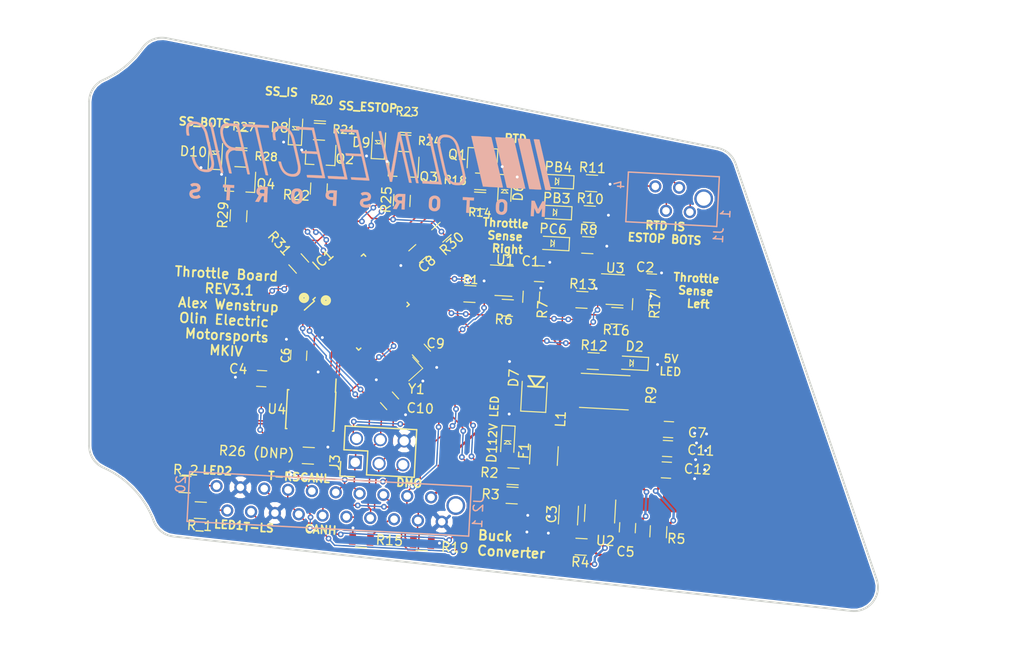
<source format=kicad_pcb>
(kicad_pcb (version 20171130) (host pcbnew 5.0.2-bee76a0~70~ubuntu18.04.1)
  (layers (0 F.Cu signal) (31 B.Cu signal) (34 B.Paste user) (35 F.Paste user) (36 B.SilkS user) (37 F.SilkS user) (38 B.Mask user) (39 F.Mask user hide) (44 Edge.Cuts user))
  (net 0 "")
  (net 1 GND)
  (net 2 VCC)
  (net 3 "Net-(D2-Pad2)")
  (net 4 /12V_Fused)
  (net 5 "Net-(C5-Pad1)")
  (net 6 "Net-(C5-Pad2)")
  (net 7 "Net-(C11-Pad1)")
  (net 8 "Net-(D1-Pad2)")
  (net 9 +12V)
  (net 10 "Net-(R3-Pad2)")
  (net 11 "Net-(R4-Pad1)")
  (net 12 "Net-(C8-Pad1)")
  (net 13 "Net-(C9-Pad1)")
  (net 14 "Net-(C10-Pad1)")
  (net 15 /ProgrammingLED1)
  (net 16 "Net-(D3-Pad1)")
  (net 17 "Net-(D4-Pad1)")
  (net 18 /ProgrammingLED2)
  (net 19 /ProgrammingLED3)
  (net 20 "Net-(D5-Pad1)")
  (net 21 "Net-(D6-Pad2)")
  (net 22 "Net-(D8-Pad2)")
  (net 23 "Net-(D9-Pad2)")
  (net 24 "Net-(D10-Pad2)")
  (net 25 /MISO)
  (net 26 /MOSI)
  (net 27 "Net-(IC1-Pad3)")
  (net 28 /TXCAN)
  (net 29 /RXCAN)
  (net 30 "Net-(IC1-Pad8)")
  (net 31 "Net-(IC1-Pad9)")
  (net 32 /SCK)
  (net 33 /Drive_Mode_Out)
  (net 34 "Net-(IC1-Pad14)")
  (net 35 "Net-(IC1-Pad15)")
  (net 36 "Net-(IC1-Pad16)")
  (net 37 /Throttle1Adjusted)
  (net 38 /Throttle2Adjusted)
  (net 39 "Net-(IC1-Pad21)")
  (net 40 /ReadyToDrive_LowDrive)
  (net 41 /SS_Inertia_Out_n)
  (net 42 /SS_EStop_Out_n)
  (net 43 /SS_BOTS_Out_n)
  (net 44 "Net-(IC1-Pad29)")
  (net 45 "Net-(IC1-Pad30)")
  (net 46 /RESET)
  (net 47 "Net-(IC1-Pad32)")
  (net 48 /SS_Cockpit_EStop)
  (net 49 /SS_BOTS)
  (net 50 /SS_Inertia_Switch)
  (net 51 /RTD)
  (net 52 /GND_DriveMode)
  (net 53 /CANH)
  (net 54 /CANL)
  (net 55 /Throttle1_Right_Sense)
  (net 56 /Throttle2_Left_Sense)
  (net 57 /LED1)
  (net 58 /LED2)
  (net 59 "Net-(R6-Pad2)")
  (net 60 "Net-(R16-Pad2)")
  (net 61 "Net-(U4-Pad5)")
  (module footprints:SOT-23-5_OEM (layer F.Cu) (at 81.464796 127.310721 357)
    (fp_text reference U1 (at 0 -2.22 357) (layer F.SilkS))
    (fp_text value MCP6001 hide)
    (pad 5 smd rect (at 1.1 -0.950002 357) (size 1.06 0.65) (layers F.Cu F.Paste F.Mask) (net 2 VCC))
    (pad 4 smd rect (at 1.1 0.95 357) (size 1.06 0.65) (layers F.Cu F.Paste F.Mask) (net 59 "Net-(R6-Pad2)"))
    (pad 3 smd rect (at -1.1 0.950002 357) (size 1.06 0.65) (layers F.Cu F.Paste F.Mask) (net 55 /Throttle1_Right_Sense))
    (pad 2 smd rect (at -1.1 0 357) (size 1.06 0.65) (layers F.Cu F.Paste F.Mask) (net 1 GND))
    (pad 1 smd rect (at -1.1 -0.95 357) (size 1.06 0.65) (layers F.Cu F.Paste F.Mask) (net 38 /Throttle2Adjusted))
  )
  (module footprints:SOIC-8_3.9x4.9mm_Pitch1.27mm_OEM (layer F.Cu) (at 60.874427 141.110525 267)
    (fp_text reference U4 (at 0.066491 3.612075 -3) (layer F.SilkS))
    (fp_text value CAN_Transceiver hide)
    (pad 1 smd rect (at -2.7 -1.905 267) (size 1.55 0.6) (layers F.Cu F.Paste F.Mask) (net 28 /TXCAN))
    (pad 2 smd rect (at -2.7 -0.635 267) (size 1.55 0.6) (layers F.Cu F.Paste F.Mask) (net 1 GND))
    (pad 3 smd rect (at -2.7 0.635 267) (size 1.55 0.6) (layers F.Cu F.Paste F.Mask) (net 2 VCC))
    (pad 4 smd rect (at -2.7 1.905 267) (size 1.55 0.6) (layers F.Cu F.Paste F.Mask) (net 29 /RXCAN))
    (pad 5 smd rect (at 2.7 1.905 267) (size 1.55 0.6) (layers F.Cu F.Paste F.Mask) (net 61 "Net-(U4-Pad5)"))
    (pad 6 smd rect (at 2.7 0.635 267) (size 1.55 0.6) (layers F.Cu F.Paste F.Mask) (net 54 /CANL))
    (pad 7 smd rect (at 2.7 -0.635 267) (size 1.55 0.6) (layers F.Cu F.Paste F.Mask) (net 53 /CANH))
    (pad 8 smd rect (at 2.7 -1.905 267) (size 1.55 0.6) (layers F.Cu F.Paste F.Mask) (net 1 GND))
  )
  (module footprints:TQFP-32_7x7mm_Pitch0.8mm (layer F.Cu) (at 66.237031 129.578359 42)
    (fp_text reference IC1 (at 0 -6.05 42) (layer F.SilkS))
    (fp_text value ATMEGA16M1 hide)
    (pad 1 smd rect (at -4.25 -2.8 42) (size 1.6 0.55) (layers F.Cu F.Paste F.Mask) (net 25 /MISO))
    (pad 2 smd rect (at -4.25 -2.000001 42) (size 1.6 0.55) (layers F.Cu F.Paste F.Mask) (net 26 /MOSI))
    (pad 3 smd rect (at -4.25 -1.2 42) (size 1.6 0.55) (layers F.Cu F.Paste F.Mask) (net 27 "Net-(IC1-Pad3)"))
    (pad 4 smd rect (at -4.25 -0.4 42) (size 1.6 0.55) (layers F.Cu F.Paste F.Mask) (net 2 VCC))
    (pad 5 smd rect (at -4.25 0.4 42) (size 1.6 0.55) (layers F.Cu F.Paste F.Mask) (net 1 GND))
    (pad 6 smd rect (at -4.25 1.2 42) (size 1.6 0.55) (layers F.Cu F.Paste F.Mask) (net 28 /TXCAN))
    (pad 7 smd rect (at -4.25 2 42) (size 1.6 0.55) (layers F.Cu F.Paste F.Mask) (net 29 /RXCAN))
    (pad 8 smd rect (at -4.25 2.8 42) (size 1.6 0.55) (layers F.Cu F.Paste F.Mask) (net 30 "Net-(IC1-Pad8)"))
    (pad 9 smd rect (at -2.8 4.25 132) (size 1.6 0.55) (layers F.Cu F.Paste F.Mask) (net 31 "Net-(IC1-Pad9)"))
    (pad 10 smd rect (at -2.000001 4.25 132) (size 1.6 0.55) (layers F.Cu F.Paste F.Mask) (net 14 "Net-(C10-Pad1)"))
    (pad 11 smd rect (at -1.2 4.25 132) (size 1.6 0.55) (layers F.Cu F.Paste F.Mask) (net 13 "Net-(C9-Pad1)"))
    (pad 12 smd rect (at -0.4 4.25 132) (size 1.6 0.55) (layers F.Cu F.Paste F.Mask) (net 32 /SCK))
    (pad 13 smd rect (at 0.4 4.25 132) (size 1.6 0.55) (layers F.Cu F.Paste F.Mask) (net 33 /Drive_Mode_Out))
    (pad 14 smd rect (at 1.2 4.25 132) (size 1.6 0.55) (layers F.Cu F.Paste F.Mask) (net 34 "Net-(IC1-Pad14)"))
    (pad 15 smd rect (at 2 4.25 132) (size 1.6 0.55) (layers F.Cu F.Paste F.Mask) (net 35 "Net-(IC1-Pad15)"))
    (pad 16 smd rect (at 2.8 4.25 132) (size 1.6 0.55) (layers F.Cu F.Paste F.Mask) (net 36 "Net-(IC1-Pad16)"))
    (pad 17 smd rect (at 4.25 2.8 42) (size 1.6 0.55) (layers F.Cu F.Paste F.Mask) (net 37 /Throttle1Adjusted))
    (pad 18 smd rect (at 4.25 2.000001 42) (size 1.6 0.55) (layers F.Cu F.Paste F.Mask) (net 38 /Throttle2Adjusted))
    (pad 19 smd rect (at 4.25 1.2 42) (size 1.6 0.55) (layers F.Cu F.Paste F.Mask) (net 12 "Net-(C8-Pad1)"))
    (pad 20 smd rect (at 4.25 0.4 42) (size 1.6 0.55) (layers F.Cu F.Paste F.Mask) (net 1 GND))
    (pad 21 smd rect (at 4.25 -0.4 42) (size 1.6 0.55) (layers F.Cu F.Paste F.Mask) (net 39 "Net-(IC1-Pad21)"))
    (pad 22 smd rect (at 4.25 -1.2 42) (size 1.6 0.55) (layers F.Cu F.Paste F.Mask) (net 15 /ProgrammingLED1))
    (pad 23 smd rect (at 4.25 -2 42) (size 1.6 0.55) (layers F.Cu F.Paste F.Mask) (net 18 /ProgrammingLED2))
    (pad 24 smd rect (at 4.25 -2.8 42) (size 1.6 0.55) (layers F.Cu F.Paste F.Mask) (net 19 /ProgrammingLED3))
    (pad 25 smd rect (at 2.8 -4.25 132) (size 1.6 0.55) (layers F.Cu F.Paste F.Mask) (net 40 /ReadyToDrive_LowDrive))
    (pad 26 smd rect (at 2.000001 -4.25 132) (size 1.6 0.55) (layers F.Cu F.Paste F.Mask) (net 42 /SS_EStop_Out_n))
    (pad 27 smd rect (at 1.2 -4.25 132) (size 1.6 0.55) (layers F.Cu F.Paste F.Mask) (net 41 /SS_Inertia_Out_n))
    (pad 28 smd rect (at 0.4 -4.25 132) (size 1.6 0.55) (layers F.Cu F.Paste F.Mask) (net 43 /SS_BOTS_Out_n))
    (pad 29 smd rect (at -0.4 -4.25 132) (size 1.6 0.55) (layers F.Cu F.Paste F.Mask) (net 44 "Net-(IC1-Pad29)"))
    (pad 30 smd rect (at -1.2 -4.25 132) (size 1.6 0.55) (layers F.Cu F.Paste F.Mask) (net 45 "Net-(IC1-Pad30)"))
    (pad 31 smd rect (at -2 -4.25 132) (size 1.6 0.55) (layers F.Cu F.Paste F.Mask) (net 46 /RESET))
    (pad 32 smd rect (at -2.8 -4.25 132) (size 1.6 0.55) (layers F.Cu F.Paste F.Mask) (net 47 "Net-(IC1-Pad32)"))
  )
  (module footprints:Pin_Header_Straight_2x03 (layer F.Cu) (at 65.615473 146.639721 87)
    (fp_text reference J3 (at -0.127 -2.159 87) (layer F.SilkS))
    (fp_text value CONN_02X03 hide)
    (pad 1 thru_hole rect (at 0 0 87) (size 1.4 1.4) (drill 1.016) (layers *.Cu *.Mask) (net 25 /MISO))
    (pad 2 thru_hole circle (at 2.54 0 87) (size 1.4 1.4) (drill 1.016) (layers *.Cu *.Mask) (net 2 VCC))
    (pad 3 thru_hole circle (at 0 2.54 87) (size 1.4 1.4) (drill 1.016) (layers *.Cu *.Mask) (net 32 /SCK))
    (pad 4 thru_hole circle (at 2.54 2.54 87) (size 1.4 1.4) (drill 1.016) (layers *.Cu *.Mask) (net 26 /MOSI))
    (pad 5 thru_hole circle (at 0 5.08 87) (size 1.4 1.4) (drill 1.016) (layers *.Cu *.Mask) (net 46 /RESET))
    (pad 6 thru_hole circle (at 2.54 5.08 87) (size 1.4 1.4) (drill 1.016) (layers *.Cu *.Mask) (net 1 GND))
  )
  (module footprints:C_0805_OEM (layer F.Cu) (at 94.587341 153.608475 87)
    (fp_text reference C5 (at -2.558067 -0.086879 177) (layer F.SilkS))
    (fp_text value C_0.1uF hide)
    (pad 2 smd rect (at 1 0 87) (size 1 1.25) (layers F.Cu F.Paste F.Mask) (net 6 "Net-(C5-Pad2)"))
    (pad 1 smd rect (at -1 0 87) (size 1 1.25) (layers F.Cu F.Paste F.Mask) (net 5 "Net-(C5-Pad1)"))
  )
  (module footprints:C_0805_OEM (layer F.Cu) (at 98.844093 145.18371 357)
    (fp_text reference C11 (at 3.556 0 357) (layer F.SilkS))
    (fp_text value C_1uF hide)
    (pad 2 smd rect (at 1 0 357) (size 1 1.25) (layers F.Cu F.Paste F.Mask) (net 1 GND))
    (pad 1 smd rect (at -1 0 357) (size 1 1.25) (layers F.Cu F.Paste F.Mask) (net 7 "Net-(C11-Pad1)"))
  )
  (module footprints:C_0805_OEM (layer F.Cu) (at 98.724453 147.466577 357)
    (fp_text reference C12 (at 3.302 -0.254 357) (layer F.SilkS))
    (fp_text value C_47uF hide)
    (pad 2 smd rect (at 1 0 357) (size 1 1.25) (layers F.Cu F.Paste F.Mask) (net 1 GND))
    (pad 1 smd rect (at -1 0 357) (size 1 1.25) (layers F.Cu F.Paste F.Mask) (net 7 "Net-(C11-Pad1)"))
  )
  (module footprints:LED_0805_OEM (layer F.Cu) (at 94.997277 136.079907 177)
    (fp_text reference D2 (at -0.254 1.778 -3) (layer F.SilkS))
    (fp_text value LED_0805 hide)
    (pad 1 smd rect (at -1.1 0 357) (size 1.2 1.2) (layers F.Cu F.Paste F.Mask) (net 1 GND))
    (pad 2 smd rect (at 1.1 0 357) (size 1.2 1.2) (layers F.Cu F.Paste F.Mask) (net 3 "Net-(D2-Pad2)"))
  )
  (module footprints:Fuse_1210 (layer F.Cu) (at 85.688145 145.89866 267)
    (fp_text reference F1 (at -0.3865 2.1395 87) (layer F.SilkS))
    (fp_text value 500mA hide)
    (pad 2 smd rect (at 1.45 0 267) (size 0.9 2.5) (layers F.Cu F.Paste F.Mask) (net 4 /12V_Fused))
    (pad 1 smd rect (at -1.45 0 267) (size 0.9 2.5) (layers F.Cu F.Paste F.Mask) (net 9 +12V))
  )
  (module footprints:4.7uH_Inductor_OEM (layer F.Cu) (at 92.022348 145.525656 87)
    (fp_text reference L1 (at 3.2385 -4.722379 87) (layer F.SilkS))
    (fp_text value L_4.7uH hide)
    (pad 2 smd rect (at 2.35 0 87) (size 3.3 8.2) (layers F.Cu F.Paste F.Mask) (net 7 "Net-(C11-Pad1)"))
    (pad 1 smd rect (at -2.35 0 87) (size 3.3 8.2) (layers F.Cu F.Paste F.Mask) (net 6 "Net-(C5-Pad2)"))
  )
  (module footprints:R_0805_OEM (layer F.Cu) (at 82.410971 148.137715 177)
    (fp_text reference R2 (at 2.54 0.254 177) (layer F.SilkS))
    (fp_text value R_1k hide)
    (pad 2 smd rect (at 0.95 0 177) (size 0.7 1.3) (layers F.Cu F.Paste F.Mask) (net 8 "Net-(D1-Pad2)"))
    (pad 1 smd rect (at -0.95 0 177) (size 0.7 1.3) (layers F.Cu F.Paste F.Mask) (net 4 /12V_Fused))
  )
  (module footprints:R_0805_OEM (layer F.Cu) (at 82.304624 150.166931 177)
    (fp_text reference R3 (at 2.286 0 -3) (layer F.SilkS))
    (fp_text value R_10k hide)
    (pad 2 smd rect (at 0.95 0 177) (size 0.7 1.3) (layers F.Cu F.Paste F.Mask) (net 10 "Net-(R3-Pad2)"))
    (pad 1 smd rect (at -0.95 0 177) (size 0.7 1.3) (layers F.Cu F.Paste F.Mask) (net 4 /12V_Fused))
  )
  (module footprints:R_0805_OEM (layer F.Cu) (at 90.938846 135.867214 357)
    (fp_text reference R12 (at 0 -1.65 357) (layer F.SilkS))
    (fp_text value R_200 hide)
    (pad 2 smd rect (at 0.95 0 357) (size 0.7 1.3) (layers F.Cu F.Paste F.Mask) (net 3 "Net-(D2-Pad2)"))
    (pad 1 smd rect (at -0.95 0 357) (size 0.7 1.3) (layers F.Cu F.Paste F.Mask) (net 2 VCC))
  )
  (module footprints:SOT-23-6_OEM (layer F.Cu) (at 91.651356 152.119277 267)
    (fp_text reference U2 (at 2.8575 -0.7239 -3) (layer F.SilkS))
    (fp_text value TPS561201 hide)
    (pad 5 smd rect (at 1.1 0 267) (size 1.06 0.65) (layers F.Cu F.Paste F.Mask) (net 10 "Net-(R3-Pad2)"))
    (pad 6 smd rect (at 1.1 -0.950002 267) (size 1.06 0.65) (layers F.Cu F.Paste F.Mask) (net 5 "Net-(C5-Pad1)"))
    (pad 4 smd rect (at 1.1 0.95 267) (size 1.06 0.65) (layers F.Cu F.Paste F.Mask) (net 11 "Net-(R4-Pad1)"))
    (pad 3 smd rect (at -1.1 0.950002 267) (size 1.06 0.65) (layers F.Cu F.Paste F.Mask) (net 4 /12V_Fused))
    (pad 2 smd rect (at -1.1 0 267) (size 1.06 0.65) (layers F.Cu F.Paste F.Mask) (net 6 "Net-(C5-Pad2)"))
    (pad 1 smd rect (at -1.1 -0.95 267) (size 1.06 0.65) (layers F.Cu F.Paste F.Mask) (net 1 GND))
  )
  (module footprints:C_1206_OEM (layer F.Cu) (at 88.299217 152.261533 267)
    (fp_text reference C3 (at 0 1.778 267) (layer F.SilkS))
    (fp_text value C_22uF hide)
    (pad 2 smd rect (at 1.5 0 267) (size 1 1.6) (layers F.Cu F.Paste F.Mask) (net 1 GND))
    (pad 1 smd rect (at -1.5 0 267) (size 1 1.6) (layers F.Cu F.Paste F.Mask) (net 4 /12V_Fused))
  )
  (module footprints:C_0805_OEM (layer F.Cu) (at 98.950439 143.154495 357)
    (fp_text reference C7 (at 3.052 0.183 357) (layer F.SilkS))
    (fp_text value C_0.1uF hide)
    (pad 2 smd rect (at 1 0 357) (size 1 1.25) (layers F.Cu F.Paste F.Mask) (net 1 GND))
    (pad 1 smd rect (at -1 0 357) (size 1 1.25) (layers F.Cu F.Paste F.Mask) (net 7 "Net-(C11-Pad1)"))
  )
  (module footprints:LED_0805_OEM (layer F.Cu) (at 81.836122 144.546709 267)
    (fp_text reference D1 (at 1.288067 1.610879 267) (layer F.SilkS))
    (fp_text value LED_0805 hide)
    (pad 1 smd rect (at -1.1 0 87) (size 1.2 1.2) (layers F.Cu F.Paste F.Mask) (net 1 GND))
    (pad 2 smd rect (at 1.1 0 87) (size 1.2 1.2) (layers F.Cu F.Paste F.Mask) (net 8 "Net-(D1-Pad2)"))
  )
  (module footprints:DO-214AA (layer F.Cu) (at 84.718268 138.084693 87)
    (fp_text reference D7 (at 0.3 -2.25 87) (layer F.SilkS))
    (fp_text value D_Zener_18V hide)
    (pad 1 smd rect (at -2.032 0 267) (size 1.778 2.159) (layers F.Cu F.Paste F.Mask) (net 9 +12V))
    (pad 2 smd rect (at 2.032 0 267) (size 1.778 2.159) (layers F.Cu F.Paste F.Mask) (net 1 GND))
  )
  (module footprints:R_2512_OEM (layer F.Cu) (at 92.167765 139.110976 357)
    (fp_text reference R9 (at 4.953 0.127 87) (layer F.SilkS))
    (fp_text value R_0_Jumper hide)
    (pad 2 smd rect (at 3.1 0 357) (size 1 3.2) (layers F.Cu F.Paste F.Mask) (net 7 "Net-(C11-Pad1)"))
    (pad 1 smd rect (at -3.1 0 357) (size 1 3.2) (layers F.Cu F.Paste F.Mask) (net 2 VCC))
  )
  (module footprints:R_0805_OEM (layer F.Cu) (at 89.648314 155.638769 177)
    (fp_text reference R4 (at 0 -1.65 177) (layer F.SilkS))
    (fp_text value R_10k hide)
    (pad 2 smd rect (at 0.95 0 177) (size 0.7 1.3) (layers F.Cu F.Paste F.Mask) (net 1 GND))
    (pad 1 smd rect (at -0.95 0 177) (size 0.7 1.3) (layers F.Cu F.Paste F.Mask) (net 11 "Net-(R4-Pad1)"))
  )
  (module footprints:R_0805_OEM (layer F.Cu) (at 97.871522 154.03494 87)
    (fp_text reference R5 (at -0.653067 1.945121 177) (layer F.SilkS))
    (fp_text value R_51.1k hide)
    (pad 2 smd rect (at 0.95 0 87) (size 0.7 1.3) (layers F.Cu F.Paste F.Mask) (net 7 "Net-(C11-Pad1)"))
    (pad 1 smd rect (at -0.95 0 87) (size 0.7 1.3) (layers F.Cu F.Paste F.Mask) (net 11 "Net-(R4-Pad1)"))
  )
  (module footprints:C_0805_OEM (layer F.Cu) (at 85.219431 126.556189 177)
    (fp_text reference C1 (at 1 1.27 177) (layer F.SilkS))
    (fp_text value C_0.1uF hide)
    (pad 2 smd rect (at 1 0 177) (size 1 1.25) (layers F.Cu F.Paste F.Mask) (net 2 VCC))
    (pad 1 smd rect (at -1 0 177) (size 1 1.25) (layers F.Cu F.Paste F.Mask) (net 1 GND))
  )
  (module footprints:C_0805_OEM (layer F.Cu) (at 97.143755 127.435465 177)
    (fp_text reference C2 (at 0.762 1.524 177) (layer F.SilkS))
    (fp_text value C_0.1uF hide)
    (pad 1 smd rect (at -1 0 177) (size 1 1.25) (layers F.Cu F.Paste F.Mask) (net 1 GND))
    (pad 2 smd rect (at 1 0 177) (size 1 1.25) (layers F.Cu F.Paste F.Mask) (net 2 VCC))
  )
  (module footprints:C_0805_OEM (layer F.Cu) (at 55.654425 137.724182 177)
    (fp_text reference C4 (at 2.54 0.889 177) (layer F.SilkS))
    (fp_text value C_0.1uF hide)
    (pad 1 smd rect (at -1 0 177) (size 1 1.25) (layers F.Cu F.Paste F.Mask) (net 2 VCC))
    (pad 2 smd rect (at 1 0 177) (size 1 1.25) (layers F.Cu F.Paste F.Mask) (net 1 GND))
  )
  (module footprints:C_0805_OEM (layer F.Cu) (at 59.599621 135.244258 87)
    (fp_text reference C6 (at -0.086828 -1.397 87) (layer F.SilkS) (effects (font (size 0.85 0.85))))
    (fp_text value C_0.1uF hide)
    (pad 2 smd rect (at 1 0 87) (size 1 1.25) (layers F.Cu F.Paste F.Mask) (net 1 GND))
    (pad 1 smd rect (at -1 0 87) (size 1 1.25) (layers F.Cu F.Paste F.Mask) (net 2 VCC))
  )
  (module footprints:C_0805_OEM (layer F.Cu) (at 72.254704 124.422419 222)
    (fp_text reference C8 (at 0 -1.5 222) (layer F.SilkS))
    (fp_text value C_100pF hide)
    (pad 1 smd rect (at -1 0 222) (size 1 1.25) (layers F.Cu F.Paste F.Mask) (net 12 "Net-(C8-Pad1)"))
    (pad 2 smd rect (at 1 0 222) (size 1 1.25) (layers F.Cu F.Paste F.Mask) (net 1 GND))
  )
  (module footprints:C_0805_OEM (layer F.Cu) (at 72.656439 134.999371 312)
    (fp_text reference C9 (at 0.257236 -1.796051 -3) (layer F.SilkS))
    (fp_text value C_30pF hide)
    (pad 1 smd rect (at -1 0 312) (size 1 1.25) (layers F.Cu F.Paste F.Mask) (net 13 "Net-(C9-Pad1)"))
    (pad 2 smd rect (at 1 0 312) (size 1 1.25) (layers F.Cu F.Paste F.Mask) (net 1 GND))
  )
  (module footprints:C_0805_OEM (layer F.Cu) (at 69.265222 140.090759 312)
    (fp_text reference C10 (at 2.783879 -1.885854 -3) (layer F.SilkS))
    (fp_text value C_30pF hide)
    (pad 2 smd rect (at 1 0 312) (size 1 1.25) (layers F.Cu F.Paste F.Mask) (net 1 GND))
    (pad 1 smd rect (at -1 0 312) (size 1 1.25) (layers F.Cu F.Paste F.Mask) (net 14 "Net-(C10-Pad1)"))
  )
  (module footprints:LED_0805_OEM (layer F.Cu) (at 86.592597 123.321622 177)
    (fp_text reference PC6 (at 0 1.524 177) (layer F.SilkS))
    (fp_text value LED_0805 hide)
    (pad 2 smd rect (at 1.1 0 357) (size 1.2 1.2) (layers F.Cu F.Paste F.Mask) (net 15 /ProgrammingLED1))
    (pad 1 smd rect (at -1.1 0 357) (size 1.2 1.2) (layers F.Cu F.Paste F.Mask) (net 16 "Net-(D3-Pad1)"))
  )
  (module footprints:LED_0805_OEM (layer F.Cu) (at 86.849295 120.028544 177)
    (fp_text reference PB3 (at -0.127 1.524 177) (layer F.SilkS))
    (fp_text value LED_0805 hide)
    (pad 1 smd rect (at -1.1 0 357) (size 1.2 1.2) (layers F.Cu F.Paste F.Mask) (net 17 "Net-(D4-Pad1)"))
    (pad 2 smd rect (at 1.1 0 357) (size 1.2 1.2) (layers F.Cu F.Paste F.Mask) (net 18 /ProgrammingLED2))
  )
  (module footprints:LED_0805_OEM (layer F.Cu) (at 87.065049 116.733319 177)
    (fp_text reference PB4 (at -0.084 1.524 177) (layer F.SilkS))
    (fp_text value LED_0805 hide)
    (pad 2 smd rect (at 1.1 0 357) (size 1.2 1.2) (layers F.Cu F.Paste F.Mask) (net 19 /ProgrammingLED3))
    (pad 1 smd rect (at -1.1 0 357) (size 1.2 1.2) (layers F.Cu F.Paste F.Mask) (net 20 "Net-(D5-Pad1)"))
  )
  (module footprints:LED_0805_OEM (layer F.Cu) (at 81.514833 117.809466 267)
    (fp_text reference D6 (at 0 -1.45 267) (layer F.SilkS))
    (fp_text value LED_0805 hide)
    (pad 1 smd rect (at -1.1 0 87) (size 1.2 1.2) (layers F.Cu F.Paste F.Mask) (net 1 GND))
    (pad 2 smd rect (at 1.1 0 87) (size 1.2 1.2) (layers F.Cu F.Paste F.Mask) (net 21 "Net-(D6-Pad2)"))
  )
  (module footprints:LED_0805_OEM (layer F.Cu) (at 59.279061 111.048692 87)
    (fp_text reference D8 (at -0.031631 -1.715581 177) (layer F.SilkS))
    (fp_text value LED_0805 hide)
    (pad 1 smd rect (at -1.1 0 267) (size 1.2 1.2) (layers F.Cu F.Paste F.Mask) (net 1 GND))
    (pad 2 smd rect (at 1.1 0 267) (size 1.2 1.2) (layers F.Cu F.Paste F.Mask) (net 22 "Net-(D8-Pad2)"))
  )
  (module footprints:LED_0805_OEM (layer F.Cu) (at 68.103705 112.528565 87)
    (fp_text reference D9 (at -0.158631 -1.842581 177) (layer F.SilkS))
    (fp_text value LED_0805 hide)
    (pad 2 smd rect (at 1.1 0 267) (size 1.2 1.2) (layers F.Cu F.Paste F.Mask) (net 23 "Net-(D9-Pad2)"))
    (pad 1 smd rect (at -1.1 0 267) (size 1.2 1.2) (layers F.Cu F.Paste F.Mask) (net 1 GND))
  )
  (module footprints:LED_0805_OEM (layer F.Cu) (at 50.749028 113.653834 87)
    (fp_text reference D10 (at -0.031631 -2.350581 177) (layer F.SilkS))
    (fp_text value LED_0805 hide)
    (pad 2 smd rect (at 1.1 0 267) (size 1.2 1.2) (layers F.Cu F.Paste F.Mask) (net 24 "Net-(D10-Pad2)"))
    (pad 1 smd rect (at -1.1 0 267) (size 1.2 1.2) (layers F.Cu F.Paste F.Mask) (net 1 GND))
  )
  (module footprints:micromatch_female_vert_4 (layer B.Cu) (at 96.145729 119.728671 87)
    (fp_text reference J1 (at -2.31 8.258 87) (layer B.SilkS) (effects (justify mirror)))
    (fp_text value micromatch_female_TOP_ENTRY_locking_4 hide)
    (fp_text user 4 (at 2.54 -2.54 87) (layer B.SilkS) (effects (justify mirror)))
    (fp_text user 1 (at 0 8.89 87) (layer B.SilkS) (effects (justify mirror)))
    (pad 3 thru_hole circle (at 0 2.54 87) (size 1.3 1.3) (drill 0.8) (layers *.Cu *.Mask) (net 48 /SS_Cockpit_EStop))
    (pad 1 thru_hole circle (at 0 5.08 87) (size 1.3 1.3) (drill 0.8) (layers *.Cu *.Mask) (net 49 /SS_BOTS))
    (pad 2 thru_hole circle (at 2.54 3.81 87) (size 1.3 1.3) (drill 0.8) (layers *.Cu *.Mask) (net 50 /SS_Inertia_Switch))
    (pad 4 thru_hole circle (at 2.54 1.27 87) (size 1.3 1.3) (drill 0.8) (layers *.Cu *.Mask) (net 51 /RTD))
    (pad 5 thru_hole circle (at 1.5 6.48 87) (size 2 2) (drill 1.5) (layers *.Cu *.Mask))
  )
  (module footprints:micromatch_female_vert_20 (layer B.Cu) (at 69.748635 152.706348 87)
    (fp_text reference J2 (at 2.032 8.89 87) (layer B.SilkS) (effects (justify mirror)))
    (fp_text value micromatch_female_TOP_ENTRY_locking_20 hide)
    (fp_text user 20 (at 2.54 -22.86 87) (layer B.SilkS) (effects (justify mirror)))
    (fp_text user 1 (at 0 8.89 87) (layer B.SilkS) (effects (justify mirror)))
    (pad 5 thru_hole circle (at 0 0 87) (size 1.3 1.3) (drill 0.8) (layers *.Cu *.Mask) (net 52 /GND_DriveMode))
    (pad 3 thru_hole circle (at 0 2.54 87) (size 1.3 1.3) (drill 0.8) (layers *.Cu *.Mask) (net 2 VCC))
    (pad 1 thru_hole circle (at 0 5.08 87) (size 1.3 1.3) (drill 0.8) (layers *.Cu *.Mask) (net 1 GND))
    (pad 7 thru_hole circle (at 0 -2.54 87) (size 1.3 1.3) (drill 0.8) (layers *.Cu *.Mask) (net 26 /MOSI))
    (pad 2 thru_hole circle (at 2.54 3.81 87) (size 1.3 1.3) (drill 0.8) (layers *.Cu *.Mask) (net 9 +12V))
    (pad 4 thru_hole circle (at 2.54 1.27 87) (size 1.3 1.3) (drill 0.8) (layers *.Cu *.Mask) (net 33 /Drive_Mode_Out))
    (pad 6 thru_hole circle (at 2.54 -1.27 87) (size 1.3 1.3) (drill 0.8) (layers *.Cu *.Mask) (net 2 VCC))
    (pad 8 thru_hole circle (at 2.54 -3.81 87) (size 1.3 1.3) (drill 0.8) (layers *.Cu *.Mask) (net 25 /MISO))
    (pad 9 thru_hole circle (at 0 -5.08 87) (size 1.3 1.3) (drill 0.8) (layers *.Cu *.Mask) (net 32 /SCK))
    (pad 10 thru_hole circle (at 2.54 -6.35 87) (size 1.3 1.3) (drill 0.8) (layers *.Cu *.Mask) (net 46 /RESET))
    (pad 11 thru_hole circle (at 0 -7.62 87) (size 1.3 1.3) (drill 0.8) (layers *.Cu *.Mask) (net 53 /CANH))
    (pad 12 thru_hole circle (at 2.54 -8.89 87) (size 1.3 1.3) (drill 0.8) (layers *.Cu *.Mask) (net 54 /CANL))
    (pad 13 thru_hole circle (at 0 -10.16 87) (size 1.3 1.3) (drill 0.8) (layers *.Cu *.Mask) (net 2 VCC))
    (pad 14 thru_hole circle (at 2.54 -11.43 87) (size 1.3 1.3) (drill 0.8) (layers *.Cu *.Mask) (net 55 /Throttle1_Right_Sense))
    (pad 15 thru_hole circle (at 0 -12.7 87) (size 1.3 1.3) (drill 0.8) (layers *.Cu *.Mask) (net 1 GND))
    (pad 16 thru_hole circle (at 2.54 -13.97 87) (size 1.3 1.3) (drill 0.8) (layers *.Cu *.Mask) (net 2 VCC))
    (pad 17 thru_hole circle (at 0 -15.24 87) (size 1.3 1.3) (drill 0.8) (layers *.Cu *.Mask) (net 56 /Throttle2_Left_Sense))
    (pad 18 thru_hole circle (at 2.54 -16.51 87) (size 1.3 1.3) (drill 0.8) (layers *.Cu *.Mask) (net 1 GND))
    (pad 19 thru_hole circle (at 0 -17.78 87) (size 1.3 1.3) (drill 0.8) (layers *.Cu *.Mask) (net 57 /LED1))
    (pad 20 thru_hole circle (at 2.54 -19.05 87) (size 1.3 1.3) (drill 0.8) (layers *.Cu *.Mask) (net 58 /LED2))
    (pad 21 thru_hole circle (at 1.8 6.48 87) (size 2 2) (drill 1.5) (layers *.Cu *.Mask))
  )
  (module footprints:SOT-23F (layer F.Cu) (at 79.173318 113.955639 87)
    (fp_text reference Q1 (at -0.074853 -2.684711 177) (layer F.SilkS))
    (fp_text value SSM3K333R hide)
    (pad 1 smd rect (at -1.05 -0.95 87) (size 0.9 0.8) (layers F.Cu F.Paste F.Mask) (net 40 /ReadyToDrive_LowDrive))
    (pad 2 smd rect (at -1.05 0.95 87) (size 0.9 0.8) (layers F.Cu F.Paste F.Mask) (net 1 GND))
    (pad 3 smd rect (at 1.05 0 87) (size 0.9 0.8) (layers F.Cu F.Paste F.Mask) (net 51 /RTD))
  )
  (module footprints:SOT-23F (layer F.Cu) (at 61.911492 114.204788 267)
    (fp_text reference Q2 (at 0 -2.602419 177) (layer F.SilkS))
    (fp_text value SSM3K333R hide)
    (pad 1 smd rect (at -1.05 -0.95 267) (size 0.9 0.8) (layers F.Cu F.Paste F.Mask) (net 50 /SS_Inertia_Switch))
    (pad 2 smd rect (at -1.05 0.95 267) (size 0.9 0.8) (layers F.Cu F.Paste F.Mask) (net 1 GND))
    (pad 3 smd rect (at 1.05 0 267) (size 0.9 0.8) (layers F.Cu F.Paste F.Mask) (net 41 /SS_Inertia_Out_n))
  )
  (module footprints:SOT-23F (layer F.Cu) (at 70.747649 115.464963 267)
    (fp_text reference Q3 (at 0.666631 -2.729419 -3) (layer F.SilkS))
    (fp_text value SSM3K333R hide)
    (pad 3 smd rect (at 1.05 0 267) (size 0.9 0.8) (layers F.Cu F.Paste F.Mask) (net 42 /SS_EStop_Out_n))
    (pad 2 smd rect (at -1.05 0.95 267) (size 0.9 0.8) (layers F.Cu F.Paste F.Mask) (net 1 GND))
    (pad 1 smd rect (at -1.05 -0.95 267) (size 0.9 0.8) (layers F.Cu F.Paste F.Mask) (net 48 /SS_Cockpit_EStop))
  )
  (module footprints:SOT-23F (layer F.Cu) (at 53.368165 117.063582 267)
    (fp_text reference Q4 (at -0.188369 -2.729419 -3) (layer F.SilkS))
    (fp_text value SSM3K333R hide)
    (pad 3 smd rect (at 1.05 0 267) (size 0.9 0.8) (layers F.Cu F.Paste F.Mask) (net 43 /SS_BOTS_Out_n))
    (pad 2 smd rect (at -1.05 0.95 267) (size 0.9 0.8) (layers F.Cu F.Paste F.Mask) (net 1 GND))
    (pad 1 smd rect (at -1.05 -0.95 267) (size 0.9 0.8) (layers F.Cu F.Paste F.Mask) (net 49 /SS_BOTS))
  )
  (module footprints:R_0805_OEM (layer F.Cu) (at 77.81248 128.711493 357)
    (fp_text reference R1 (at 0 -1.524 357) (layer F.SilkS) (effects (font (size 0.85 0.85))))
    (fp_text value R_1M hide)
    (pad 1 smd rect (at -0.95 0 357) (size 0.7 1.3) (layers F.Cu F.Paste F.Mask) (net 2 VCC))
    (pad 2 smd rect (at 0.95 0 357) (size 0.7 1.3) (layers F.Cu F.Paste F.Mask) (net 55 /Throttle1_Right_Sense))
  )
  (module footprints:R_0805_OEM (layer F.Cu) (at 81.804443 130.192446 357)
    (fp_text reference R6 (at -0.32 1.27 357) (layer F.SilkS))
    (fp_text value R_1k hide)
    (pad 2 smd rect (at 0.95 0 357) (size 0.7 1.3) (layers F.Cu F.Paste F.Mask) (net 59 "Net-(R6-Pad2)"))
    (pad 1 smd rect (at -0.95 0 357) (size 0.7 1.3) (layers F.Cu F.Paste F.Mask) (net 38 /Throttle2Adjusted))
  )
  (module footprints:R_0805_OEM (layer F.Cu) (at 84.34152 129.053666 87)
    (fp_text reference R7 (at -1.27 1.27 87) (layer F.SilkS))
    (fp_text value R_2.2k hide)
    (pad 1 smd rect (at -0.95 0 87) (size 0.7 1.3) (layers F.Cu F.Paste F.Mask) (net 59 "Net-(R6-Pad2)"))
    (pad 2 smd rect (at 0.95 0 87) (size 0.7 1.3) (layers F.Cu F.Paste F.Mask) (net 1 GND))
  )
  (module footprints:R_0805_OEM (layer F.Cu) (at 90.354434 123.518772 357)
    (fp_text reference R8 (at 0 -1.65 357) (layer F.SilkS))
    (fp_text value R_200 hide)
    (pad 2 smd rect (at 0.95 0 357) (size 0.7 1.3) (layers F.Cu F.Paste F.Mask) (net 1 GND))
    (pad 1 smd rect (at -0.95 0 357) (size 0.7 1.3) (layers F.Cu F.Paste F.Mask) (net 16 "Net-(D3-Pad1)"))
  )
  (module footprints:R_0805_OEM (layer F.Cu) (at 90.527248 120.221297 357)
    (fp_text reference R10 (at 0 -1.65 357) (layer F.SilkS))
    (fp_text value R_200 hide)
    (pad 2 smd rect (at 0.95 0 357) (size 0.7 1.3) (layers F.Cu F.Paste F.Mask) (net 1 GND))
    (pad 1 smd rect (at -0.95 0 357) (size 0.7 1.3) (layers F.Cu F.Paste F.Mask) (net 17 "Net-(D4-Pad1)"))
  )
  (module footprints:R_0805_OEM (layer F.Cu) (at 90.765971 116.927276 357)
    (fp_text reference R11 (at 0 -1.65 357) (layer F.SilkS))
    (fp_text value R_200 hide)
    (pad 2 smd rect (at 0.95 0 357) (size 0.7 1.3) (layers F.Cu F.Paste F.Mask) (net 1 GND))
    (pad 1 smd rect (at -0.95 0 357) (size 0.7 1.3) (layers F.Cu F.Paste F.Mask) (net 20 "Net-(D5-Pad1)"))
  )
  (module footprints:R_0805_OEM (layer F.Cu) (at 89.734119 129.33628 357)
    (fp_text reference R13 (at 0 -1.65 357) (layer F.SilkS))
    (fp_text value R_1M hide)
    (pad 2 smd rect (at 0.95 0 357) (size 0.7 1.3) (layers F.Cu F.Paste F.Mask) (net 56 /Throttle2_Left_Sense))
    (pad 1 smd rect (at -0.95 0 357) (size 0.7 1.3) (layers F.Cu F.Paste F.Mask) (net 2 VCC))
  )
  (module footprints:R_0805_OEM (layer F.Cu) (at 78.854835 118.77157 357)
    (fp_text reference R14 (at 0.078413 1.278629 177) (layer F.SilkS) (effects (font (size 0.85 0.85))))
    (fp_text value R_200 hide)
    (pad 1 smd rect (at -0.95 0 357) (size 0.7 1.3) (layers F.Cu F.Paste F.Mask) (net 40 /ReadyToDrive_LowDrive))
    (pad 2 smd rect (at 0.95 0 357) (size 0.7 1.3) (layers F.Cu F.Paste F.Mask) (net 21 "Net-(D6-Pad2)"))
  )
  (module footprints:R_0805_OEM (layer F.Cu) (at 66.270604 154.813209 357)
    (fp_text reference R15 (at 2.982 0 177) (layer F.SilkS))
    (fp_text value R_22K hide)
    (pad 1 smd rect (at -0.95 0 357) (size 0.7 1.3) (layers F.Cu F.Paste F.Mask) (net 1 GND))
    (pad 2 smd rect (at 0.95 0 357) (size 0.7 1.3) (layers F.Cu F.Paste F.Mask) (net 52 /GND_DriveMode))
  )
  (module footprints:R_0805_OEM (layer F.Cu) (at 93.459138 131.057591 357)
    (fp_text reference R16 (at 0 1.524 357) (layer F.SilkS))
    (fp_text value R_2.2k hide)
    (pad 1 smd rect (at -0.95 0 357) (size 0.7 1.3) (layers F.Cu F.Paste F.Mask) (net 37 /Throttle1Adjusted))
    (pad 2 smd rect (at 0.95 0 357) (size 0.7 1.3) (layers F.Cu F.Paste F.Mask) (net 60 "Net-(R16-Pad2)"))
  )
  (module footprints:R_0805_OEM (layer F.Cu) (at 95.999668 129.852901 87)
    (fp_text reference R17 (at 0 1.524 87) (layer F.SilkS))
    (fp_text value R_2.2k hide)
    (pad 2 smd rect (at 0.95 0 87) (size 0.7 1.3) (layers F.Cu F.Paste F.Mask) (net 1 GND))
    (pad 1 smd rect (at -0.95 0 87) (size 0.7 1.3) (layers F.Cu F.Paste F.Mask) (net 60 "Net-(R16-Pad2)"))
  )
  (module footprints:R_0805_OEM (layer F.Cu) (at 78.961182 116.742355 357)
    (fp_text reference R18 (at -2.715587 0.008629 177) (layer F.SilkS) (effects (font (size 0.85 0.85))))
    (fp_text value R_100K hide)
    (pad 1 smd rect (at -0.95 0 357) (size 0.7 1.3) (layers F.Cu F.Paste F.Mask) (net 40 /ReadyToDrive_LowDrive))
    (pad 2 smd rect (at 0.95 0 357) (size 0.7 1.3) (layers F.Cu F.Paste F.Mask) (net 1 GND))
  )
  (module footprints:R_0805_OEM (layer F.Cu) (at 72.738727 155.15219 357)
    (fp_text reference R19 (at 3.49 0.381 357) (layer F.SilkS))
    (fp_text value R_22K hide)
    (pad 2 smd rect (at 0.95 0 357) (size 0.7 1.3) (layers F.Cu F.Paste F.Mask) (net 1 GND))
    (pad 1 smd rect (at -0.95 0 357) (size 0.7 1.3) (layers F.Cu F.Paste F.Mask) (net 33 /Drive_Mode_Out))
  )
  (module footprints:R_0805_OEM (layer F.Cu) (at 61.908634 109.406061 177)
    (fp_text reference R20 (at -0.062419 1.365369 -3) (layer F.SilkS) (effects (font (size 0.85 0.85))))
    (fp_text value R_1k hide)
    (pad 2 smd rect (at 0.95 0 177) (size 0.7 1.3) (layers F.Cu F.Paste F.Mask) (net 22 "Net-(D8-Pad2)"))
    (pad 1 smd rect (at -0.95 0 177) (size 0.7 1.3) (layers F.Cu F.Paste F.Mask) (net 50 /SS_Inertia_Switch))
  )
  (module footprints:R_0805_OEM (layer F.Cu) (at 61.802287 111.435277 177)
    (fp_text reference R21 (at -2.602419 0.349369 -3) (layer F.SilkS) (effects (font (size 0.85 0.85))))
    (fp_text value R_100k hide)
    (pad 1 smd rect (at -0.95 0 177) (size 0.7 1.3) (layers F.Cu F.Paste F.Mask) (net 50 /SS_Inertia_Switch))
    (pad 2 smd rect (at 0.95 0 177) (size 0.7 1.3) (layers F.Cu F.Paste F.Mask) (net 1 GND))
  )
  (module footprints:R_0805_OEM (layer F.Cu) (at 61.736898 117.536215 87)
    (fp_text reference R22 (at -0.793631 -2.350581 177) (layer F.SilkS))
    (fp_text value R_10k hide)
    (pad 1 smd rect (at -0.95 0 87) (size 0.7 1.3) (layers F.Cu F.Paste F.Mask) (net 2 VCC))
    (pad 2 smd rect (at 0.95 0 87) (size 0.7 1.3) (layers F.Cu F.Paste F.Mask) (net 41 /SS_Inertia_Out_n))
  )
  (module footprints:R_0805_OEM (layer F.Cu) (at 71.000222 110.645577 177)
    (fp_text reference R23 (at -0.062419 1.365369 -3) (layer F.SilkS) (effects (font (size 0.85 0.85))))
    (fp_text value R_1k hide)
    (pad 1 smd rect (at -0.95 0 177) (size 0.7 1.3) (layers F.Cu F.Paste F.Mask) (net 48 /SS_Cockpit_EStop))
    (pad 2 smd rect (at 0.95 0 177) (size 0.7 1.3) (layers F.Cu F.Paste F.Mask) (net 23 "Net-(D9-Pad2)"))
  )
  (module footprints:R_0805_OEM (layer F.Cu) (at 70.893875 112.674792 177)
    (fp_text reference R24 (at -2.602419 0.349369 -3) (layer F.SilkS) (effects (font (size 0.85 0.85))))
    (fp_text value R_100k hide)
    (pad 2 smd rect (at 0.95 0 177) (size 0.7 1.3) (layers F.Cu F.Paste F.Mask) (net 1 GND))
    (pad 1 smd rect (at -0.95 0 177) (size 0.7 1.3) (layers F.Cu F.Paste F.Mask) (net 48 /SS_Cockpit_EStop))
  )
  (module footprints:R_0805_OEM (layer F.Cu) (at 70.574835 118.762438 87)
    (fp_text reference R25 (at 0 -1.65 87) (layer F.SilkS))
    (fp_text value R_10k hide)
    (pad 1 smd rect (at -0.95 0 87) (size 0.7 1.3) (layers F.Cu F.Paste F.Mask) (net 2 VCC))
    (pad 2 smd rect (at 0.95 0 87) (size 0.7 1.3) (layers F.Cu F.Paste F.Mask) (net 42 /SS_EStop_Out_n))
  )
  (module footprints:R_0805_OEM (layer F.Cu) (at 60.621853 145.929912 177)
    (fp_text reference "R26 (DNP)" (at 5.517075 0.06051 177) (layer F.SilkS))
    (fp_text value "R_120 DNP" hide)
    (pad 2 smd rect (at 0.949999 0 177) (size 0.7 1.3) (layers F.Cu F.Paste F.Mask) (net 54 /CANL))
    (pad 1 smd rect (at -0.949999 0 177) (size 0.7 1.3) (layers F.Cu F.Paste F.Mask) (net 53 /CANH))
  )
  (module footprints:R_0805_OEM (layer F.Cu) (at 53.55305 112.274695 177)
    (fp_text reference R27 (at -0.128419 1.365369 -3) (layer F.SilkS) (effects (font (size 0.85 0.85))))
    (fp_text value R_1k hide)
    (pad 2 smd rect (at 0.95 0 177) (size 0.7 1.3) (layers F.Cu F.Paste F.Mask) (net 24 "Net-(D10-Pad2)"))
    (pad 1 smd rect (at -0.95 0 177) (size 0.7 1.3) (layers F.Cu F.Paste F.Mask) (net 49 /SS_BOTS))
  )
  (module footprints:R_0805_OEM (layer F.Cu) (at 53.446703 114.303911 177)
    (fp_text reference R28 (at -2.668419 0.349369 -3) (layer F.SilkS) (effects (font (size 0.85 0.85))))
    (fp_text value R_100k hide)
    (pad 2 smd rect (at 0.95 0 177) (size 0.7 1.3) (layers F.Cu F.Paste F.Mask) (net 1 GND))
    (pad 1 smd rect (at -0.95 0 177) (size 0.7 1.3) (layers F.Cu F.Paste F.Mask) (net 49 /SS_BOTS))
  )
  (module footprints:R_0805_OEM (layer F.Cu) (at 53.193573 120.395011 87)
    (fp_text reference R29 (at 0 -1.65 87) (layer F.SilkS))
    (fp_text value R_10k hide)
    (pad 1 smd rect (at -0.95 0 87) (size 0.7 1.3) (layers F.Cu F.Paste F.Mask) (net 2 VCC))
    (pad 2 smd rect (at 0.95 0 87) (size 0.7 1.3) (layers F.Cu F.Paste F.Mask) (net 43 /SS_BOTS_Out_n))
  )
  (module footprints:R_0805_OEM (layer F.Cu) (at 74.791057 122.138676 222)
    (fp_text reference R30 (at 0 -1.65 222) (layer F.SilkS))
    (fp_text value R_100 hide)
    (pad 1 smd rect (at -0.949999 0 222) (size 0.7 1.3) (layers F.Cu F.Paste F.Mask) (net 2 VCC))
    (pad 2 smd rect (at 0.949999 0 222) (size 0.7 1.3) (layers F.Cu F.Paste F.Mask) (net 12 "Net-(C8-Pad1)"))
  )
  (module footprints:R_0805_OEM (layer F.Cu) (at 59.603273 125.468052 312)
    (fp_text reference R31 (at -2.963485 0.089803 312) (layer F.SilkS))
    (fp_text value R_10k hide)
    (pad 2 smd rect (at 0.949999 0 312) (size 0.7 1.3) (layers F.Cu F.Paste F.Mask) (net 46 /RESET))
    (pad 1 smd rect (at -0.949999 0 312) (size 0.7 1.3) (layers F.Cu F.Paste F.Mask) (net 2 VCC))
  )
  (module footprints:SOT-23-5_OEM (layer F.Cu) (at 93.285803 128.250672 357)
    (fp_text reference U3 (at -0.127 -2.286 357) (layer F.SilkS))
    (fp_text value MCP6001 hide)
    (pad 1 smd rect (at -1.1 -0.95 357) (size 1.06 0.65) (layers F.Cu F.Paste F.Mask) (net 37 /Throttle1Adjusted))
    (pad 2 smd rect (at -1.1 0 357) (size 1.06 0.65) (layers F.Cu F.Paste F.Mask) (net 1 GND))
    (pad 3 smd rect (at -1.1 0.950002 357) (size 1.06 0.65) (layers F.Cu F.Paste F.Mask) (net 56 /Throttle2_Left_Sense))
    (pad 4 smd rect (at 1.1 0.95 357) (size 1.06 0.65) (layers F.Cu F.Paste F.Mask) (net 60 "Net-(R16-Pad2)"))
    (pad 5 smd rect (at 1.1 -0.950002 357) (size 1.06 0.65) (layers F.Cu F.Paste F.Mask) (net 2 VCC))
  )
  (module footprints:Crystal_SMD_FA238 (layer F.Cu) (at 70.2436 136.781932 222)
    (fp_text reference Y1 (at -0.022369 -2.792102 177) (layer F.SilkS))
    (fp_text value Crystal_SMD hide)
    (pad 1 smd rect (at -1.1 0.8 222) (size 1.4 1.2) (layers F.Cu F.Mask) (net 13 "Net-(C9-Pad1)"))
    (pad 2 smd rect (at 1.1 0.8 222) (size 1.4 1.2) (layers F.Cu F.Mask) (net 1 GND))
    (pad 3 smd rect (at 1.1 -0.8 222) (size 1.4 1.2) (layers F.Cu F.Mask) (net 14 "Net-(C10-Pad1)"))
    (pad 4 smd rect (at -1.1 -0.8 222) (size 1.4 1.2) (layers F.Cu F.Mask) (net 1 GND))
  )
  (module footprints:R_0805_OEM (layer F.Cu) (at 49.135268 151.753222 177)
    (fp_text reference R_1 (at 0 -1.65 177) (layer F.SilkS))
    (fp_text value R_200 hide)
    (pad 2 smd rect (at 0.95 0 177) (size 0.7 1.3) (layers F.Cu F.Paste F.Mask) (net 30 "Net-(IC1-Pad8)"))
    (pad 1 smd rect (at -0.95 0 177) (size 0.7 1.3) (layers F.Cu F.Paste F.Mask) (net 57 /LED1))
  )
  (module footprints:R_0805_OEM (layer F.Cu) (at 47.499285 148.996823 177)
    (fp_text reference R_2 (at 0 1.524 177) (layer F.SilkS))
    (fp_text value R_200 hide)
    (pad 1 smd rect (at -0.95 0 177) (size 0.7 1.3) (layers F.Cu F.Paste F.Mask) (net 58 /LED2))
    (pad 2 smd rect (at 0.95 0 177) (size 0.7 1.3) (layers F.Cu F.Paste F.Mask) (net 31 "Net-(IC1-Pad9)"))
  )
  (module footprints:Logo_Large (layer B.Cu) (at 66.996902 115.427244 177)
    (fp_text reference G*** hide)
    (fp_text value LOGO hide)
  )
  (gr_line (start 46.38 154.55) (end 118.32 162.46) (layer Edge.Cuts) (width 0.2))
  (gr_arc (start 45.045369 103.964554) (end 45.542147 101.473608) (angle -66.16899211) (layer Edge.Cuts) (width 0.2))
  (gr_arc (start 34.76 96.733267) (end 38.813737 105.910865) (angle -31.05926989) (layer Edge.Cuts) (width 0.2))
  (gr_line (start 104.188062 113.169563) (end 45.542147 101.473608) (layer Edge.Cuts) (width 0.2))
  (gr_arc (start 118.699369 159.945803) (end 118.315191 162.456581) (angle -117.4207106) (layer Edge.Cuts) (width 0.2))
  (gr_arc (start 39.84 108.234308) (end 38.813737 105.910865) (angle -66.16899211) (layer Edge.Cuts) (width 0.2))
  (gr_line (start 106.096895 114.845258) (end 121.10498 159.130552) (layer Edge.Cuts) (width 0.2))
  (gr_arc (start 34.76 156.39104) (end 44.165592 152.898775) (angle -45.79919931) (layer Edge.Cuts) (width 0.2))
  (gr_arc (start 103.691284 115.660508) (end 106.096895 114.845258) (angle -60) (layer Edge.Cuts) (width 0.2))
  (gr_line (start 37.3 108.234308) (end 37.3 144.89) (layer Edge.Cuts) (width 0.2))
  (gr_arc (start 46.546755 152.014657) (end 44.165592 152.898775) (angle -65.784099) (layer Edge.Cuts) (width 0.2))
  (gr_arc (start 39.84 144.89) (end 37.3 144.89) (angle -66.16899211) (layer Edge.Cuts) (width 0.2))
  (gr_text LED1 (at 52.166893 153.31102 -3) (layer F.SilkS) (effects (font (size 0.85 0.85) (thickness 0.1905))))
  (gr_text "LED2\n" (at 50.944083 147.524092 -3) (layer F.SilkS) (effects (font (size 0.85 0.85) (thickness 0.1905))))
  (gr_text DMO (at 71.349767 148.847857 -3) (layer F.SilkS) (effects (font (size 0.85 0.85) (thickness 0.1905))))
  (gr_text "RTD IS\nESTOP BOTS\n" (at 98.564348 122.168595 -3) (layer F.SilkS) (effects (font (size 0.85 0.85) (thickness 0.1905))))
  (gr_text CANH (at 61.932492 153.822813 -3) (layer F.SilkS) (effects (font (size 0.85 0.85) (thickness 0.1905))))
  (gr_text CANL (at 61.330517 148.32277 -3) (layer F.SilkS) (effects (font (size 0.85 0.85) (thickness 0.1905))))
  (gr_text T-RS (at 58.033042 148.149957 -3) (layer F.SilkS) (effects (font (size 0.85 0.85) (thickness 0.1905))))
  (gr_text "T-LS\n" (at 55.330896 153.604012 -3) (layer F.SilkS) (effects (font (size 0.85 0.85) (thickness 0.1905))))
  (gr_text RTD (at 82.68236 112.179706 -3) (layer F.SilkS) (effects (font (size 0.85 0.85) (thickness 0.1905))))
  (gr_text SS_ESTOP (at 66.96205 108.812355 -3) (layer F.SilkS) (effects (font (size 0.85 0.85) (thickness 0.1905))))
  (gr_text "SS_IS\n" (at 57.763576 107.185714 -3) (layer F.SilkS) (effects (font (size 0.85 0.85) (thickness 0.1905))))
  (gr_text "SS_BOTS\n" (at 49.580788 110.444927 -3) (layer F.SilkS) (effects (font (size 0.85 0.85) (thickness 0.1905))))
  (gr_text "Throttle \nSense \nLeft\n\n" (at 102.143679 129.096417 -3) (layer F.SilkS) (effects (font (size 0.85 0.85) (thickness 0.1905))))
  (gr_text "Throttle \nSense \nRight\n" (at 81.883682 122.566141 -3) (layer F.SilkS) (effects (font (size 0.85 0.85) (thickness 0.1905))))
  (gr_text "Throttle Board \nREV3.1\nAlex Wenstrup\nOlin Electric \nMotorsports\nMKIV\n\n\n" (at 51.995334 132.318271 -3) (layer F.SilkS) (effects (font (size 1.016 1.016) (thickness 0.1905))))
  (gr_text "Buck\nConverter" (at 78.520104 155.20083 -3) (layer F.SilkS) (effects (font (size 1.016 1.016) (thickness 0.2032)) (justify left)))
  (gr_text "5V\nLED" (at 99.182534 136.299247 -3) (layer F.SilkS) (effects (font (size 0.85 0.85) (thickness 0.1524))))
  (gr_text "12V LED" (at 80.346145 142.197577 87) (layer F.SilkS) (effects (font (size 0.85 0.85) (thickness 0.1524))))
  (segment (start 84.824614 136.055477) (end 82.034443 135.909251) (width 0.254) (layer F.Cu) (net 1))
  (via (at 82.034443 135.909251) (size 0.6096) (drill 0.3048) (layers F.Cu B.Cu) (net 1))
  (segment (start 96.09577 136.137476) (end 97.787448 136.226134) (width 0.254) (layer F.Cu) (net 1))
  (via (at 97.787448 136.226134) (size 0.6096) (drill 0.3048) (layers F.Cu B.Cu) (net 1))
  (segment (start 88.699616 155.58905) (end 88.763886 154.362733) (width 0.254) (layer F.Cu) (net 1))
  (segment (start 88.763886 154.362733) (end 88.220712 153.759478) (width 0.254) (layer F.Cu) (net 1))
  (segment (start 84.824614 136.055477) (end 85.014854 136.065448) (width 0.254) (layer F.Cu) (net 1))
  (segment (start 88.220712 153.759478) (end 86.722768 153.680974) (width 0.254) (layer F.Cu) (net 1))
  (via (at 86.256708 152.408839) (size 0.6096) (drill 0.3048) (layers F.Cu B.Cu) (net 1))
  (via (at 83.973841 152.289199) (size 0.6096) (drill 0.3048) (layers F.Cu B.Cu) (net 1))
  (segment (start 83.880788 154.064763) (end 83.973841 152.289199) (width 0.254) (layer F.Cu) (net 1))
  (via (at 83.880788 154.064763) (size 0.6096) (drill 0.3048) (layers F.Cu B.Cu) (net 1))
  (via (at 86.163655 154.184403) (size 0.6096) (drill 0.3048) (layers F.Cu B.Cu) (net 1))
  (segment (start 86.722768 153.680974) (end 86.163655 154.184403) (width 0.254) (layer F.Cu) (net 1))
  (segment (start 101.727317 143.554373) (end 102.995576 143.62084) (width 0.254) (layer F.Cu) (net 1))
  (segment (start 101.486959 143.287428) (end 101.727317 143.554373) (width 0.254) (layer F.Cu) (net 1))
  (via (at 101.727317 143.554373) (size 0.6096) (drill 0.3048) (layers F.Cu B.Cu) (net 1))
  (segment (start 99.949069 143.206831) (end 101.486959 143.287428) (width 0.254) (layer F.Cu) (net 1))
  (segment (start 101.968754 148.653998) (end 101.915581 149.668606) (width 0.254) (layer F.Cu) (net 1))
  (segment (start 101.728396 148.387053) (end 101.968754 148.653998) (width 0.254) (layer F.Cu) (net 1))
  (via (at 101.728396 148.387053) (size 0.6096) (drill 0.3048) (layers F.Cu B.Cu) (net 1))
  (via (at 102.796177 147.425619) (size 0.6096) (drill 0.3048) (layers F.Cu B.Cu) (net 1))
  (segment (start 101.834742 146.357838) (end 102.796177 147.425619) (width 0.254) (layer F.Cu) (net 1))
  (via (at 101.834742 146.357838) (size 0.6096) (drill 0.3048) (layers F.Cu B.Cu) (net 1))
  (via (at 102.902523 145.396403) (size 0.6096) (drill 0.3048) (layers F.Cu B.Cu) (net 1))
  (segment (start 102.648872 145.383111) (end 102.902523 145.396403) (width 0.254) (layer F.Cu) (net 1))
  (segment (start 101.927796 144.582275) (end 102.648872 145.383111) (width 0.254) (layer F.Cu) (net 1))
  (via (at 101.927796 144.582275) (size 0.6096) (drill 0.3048) (layers F.Cu B.Cu) (net 1))
  (via (at 102.995576 143.62084) (size 0.6096) (drill 0.3048) (layers F.Cu B.Cu) (net 1))
  (segment (start 81.893691 143.448216) (end 81.995642 141.502886) (width 0.254) (layer F.Cu) (net 1))
  (via (at 81.995642 141.502886) (size 0.6096) (drill 0.3048) (layers F.Cu B.Cu) (net 1))
  (via (at 86.316483 125.34194) (size 0.6096) (drill 0.3048) (layers F.Cu B.Cu) (net 1))
  (segment (start 86.21806 126.608525) (end 86.282852 125.372221) (width 0.1524) (layer F.Cu) (net 1))
  (segment (start 86.282852 125.372221) (end 86.316483 125.34194) (width 0.254) (layer F.Cu) (net 1))
  (via (at 98.211536 126.47403) (size 0.6096) (drill 0.3048) (layers F.Cu B.Cu) (net 1))
  (segment (start 98.142384 127.487801) (end 98.19472 126.489172) (width 0.1524) (layer F.Cu) (net 1))
  (segment (start 98.19472 126.489172) (end 98.211536 126.47403) (width 0.254) (layer F.Cu) (net 1))
  (via (at 97.063995 128.957377) (size 0.6096) (drill 0.3048) (layers F.Cu B.Cu) (net 1))
  (segment (start 96.049387 128.904203) (end 97.063995 128.957377) (width 0.1524) (layer F.Cu) (net 1))
  (via (at 91.256588 128.144326) (size 0.6096) (drill 0.3048) (layers F.Cu B.Cu) (net 1))
  (segment (start 92.18731 128.193103) (end 91.256588 128.144326) (width 0.1524) (layer F.Cu) (net 1))
  (via (at 79.327607 127.324605) (size 0.6096) (drill 0.3048) (layers F.Cu B.Cu) (net 1))
  (segment (start 79.208643 127.192481) (end 79.327607 127.324605) (width 0.254) (layer F.Cu) (net 1))
  (segment (start 80.366303 127.253151) (end 79.327607 127.324605) (width 0.1524) (layer F.Cu) (net 1))
  (segment (start 85.294 128.152279) (end 85.363364 128.089824) (width 0.254) (layer F.Cu) (net 1))
  (segment (start 84.391239 128.104967) (end 85.294 128.152279) (width 0.1524) (layer F.Cu) (net 1))
  (via (at 85.363364 128.089824) (size 0.6096) (drill 0.3048) (layers F.Cu B.Cu) (net 1))
  (via (at 62.704242 145.021652) (size 0.6096) (drill 0.3048) (layers F.Cu B.Cu) (net 1))
  (segment (start 62.635508 143.906526) (end 62.584062 144.888179) (width 0.1524) (layer F.Cu) (net 1))
  (segment (start 62.584062 144.888179) (end 62.704242 145.021652) (width 0.1524) (layer F.Cu) (net 1))
  (via (at 59.920376 113.371439) (size 0.6096) (drill 0.3048) (layers F.Cu B.Cu) (net 1))
  (via (at 69.011965 114.610954) (size 0.6096) (drill 0.3048) (layers F.Cu B.Cu) (net 1))
  (via (at 51.390344 115.976582) (size 0.6096) (drill 0.3048) (layers F.Cu B.Cu) (net 1))
  (segment (start 79.979243 116.729619) (end 79.90988 116.792074) (width 0.254) (layer F.Cu) (net 1))
  (segment (start 81.39584 116.86995) (end 81.572402 116.710972) (width 0.254) (layer F.Cu) (net 1))
  (segment (start 71.496387 125.381066) (end 71.511559 125.09155) (width 0.1524) (layer F.Cu) (net 1))
  (segment (start 70.459005 125.868379) (end 70.468405 125.68902) (width 0.1524) (layer F.Cu) (net 1))
  (segment (start 70.681157 126.115103) (end 70.459005 125.868379) (width 0.1524) (layer F.Cu) (net 1))
  (via (at 70.468405 125.68902) (size 0.6096) (drill 0.3048) (layers F.Cu B.Cu) (net 1))
  (segment (start 70.681157 126.115103) (end 71.496387 125.381066) (width 0.1524) (layer F.Cu) (net 1))
  (segment (start 69.663048 127.031812) (end 70.681157 126.115103) (width 0.1524) (layer F.Cu) (net 1))
  (via (at 92.729276 117.030169) (size 0.6096) (drill 0.3048) (layers F.Cu B.Cu) (net 1))
  (segment (start 91.714669 116.976996) (end 92.729276 117.030169) (width 0.254) (layer F.Cu) (net 1))
  (via (at 92.556462 120.327643) (size 0.6096) (drill 0.3048) (layers F.Cu B.Cu) (net 1))
  (segment (start 91.475946 120.271016) (end 92.556462 120.327643) (width 0.254) (layer F.Cu) (net 1))
  (via (at 92.383649 123.625118) (size 0.6096) (drill 0.3048) (layers F.Cu B.Cu) (net 1))
  (segment (start 91.303132 123.568491) (end 92.383649 123.625118) (width 0.254) (layer F.Cu) (net 1))
  (via (at 61.668419 137.021967) (size 0.6096) (drill 0.3048) (layers F.Cu B.Cu) (net 1))
  (segment (start 61.649863 138.447458) (end 61.721482 137.0809) (width 0.1524) (layer F.Cu) (net 1))
  (segment (start 61.721482 137.0809) (end 61.668419 137.021967) (width 0.1524) (layer F.Cu) (net 1))
  (via (at 74.575207 155.248435) (size 0.6096) (drill 0.3048) (layers F.Cu B.Cu) (net 1))
  (segment (start 73.687425 155.201909) (end 74.575207 155.248435) (width 0.1524) (layer F.Cu) (net 1))
  (via (at 74.284008 136.538554) (size 0.6096) (drill 0.3048) (layers F.Cu B.Cu) (net 1))
  (segment (start 73.32557 135.742516) (end 73.579221 135.755809) (width 0.1524) (layer F.Cu) (net 1))
  (segment (start 73.579221 135.755809) (end 74.284008 136.538554) (width 0.1524) (layer F.Cu) (net 1))
  (via (at 72.809162 137.987352) (size 0.6096) (drill 0.3048) (layers F.Cu B.Cu) (net 1))
  (segment (start 71.596365 136.640404) (end 72.809162 137.987352) (width 0.1524) (layer F.Cu) (net 1))
  (via (at 67.856303 137.854958) (size 0.6096) (drill 0.3048) (layers F.Cu B.Cu) (net 1))
  (segment (start 68.890837 136.92346) (end 67.856303 137.854958) (width 0.1524) (layer F.Cu) (net 1))
  (segment (start 69.934352 140.833904) (end 70.31483 140.853844) (width 0.1524) (layer F.Cu) (net 1))
  (via (at 70.967671 141.578898) (size 0.6096) (drill 0.3048) (layers F.Cu B.Cu) (net 1))
  (segment (start 70.31483 140.853844) (end 70.967671 141.578898) (width 0.1524) (layer F.Cu) (net 1))
  (segment (start 63.346317 132.719423) (end 62.609104 133.383212) (width 0.1524) (layer F.Cu) (net 1))
  (via (at 62.114824 133.357308) (size 0.6096) (drill 0.3048) (layers F.Cu B.Cu) (net 1))
  (segment (start 62.609104 133.383212) (end 62.114824 133.357308) (width 0.1524) (layer F.Cu) (net 1))
  (segment (start 65.321906 154.76349) (end 65.381464 153.627049) (width 0.1524) (layer F.Cu) (net 1))
  (via (at 65.376732 153.621795) (size 0.6096) (drill 0.3048) (layers F.Cu B.Cu) (net 1))
  (segment (start 65.381464 153.627049) (end 65.376732 153.621795) (width 0.1524) (layer F.Cu) (net 1))
  (via (at 52.864254 137.577955) (size 0.6096) (drill 0.3048) (layers F.Cu B.Cu) (net 1))
  (segment (start 54.655796 137.671845) (end 52.864254 137.577955) (width 0.1524) (layer F.Cu) (net 1))
  (segment (start 59.646471 134.388538) (end 59.771299 134.39508) (width 0.1524) (layer F.Cu) (net 1))
  (via (at 58.290105 133.538386) (size 0.6096) (drill 0.3048) (layers F.Cu B.Cu) (net 1))
  (segment (start 58.289299 133.553765) (end 58.290105 133.538386) (width 0.1524) (layer F.Cu) (net 1))
  (segment (start 59.651958 134.245629) (end 58.875623 134.204944) (width 0.1524) (layer F.Cu) (net 1))
  (segment (start 58.875623 134.204944) (end 58.289299 133.553765) (width 0.1524) (layer F.Cu) (net 1))
  (via (at 81.254581 115.157063) (size 0.6096) (drill 0.3048) (layers F.Cu B.Cu) (net 1))
  (segment (start 81.215922 115.114128) (end 81.254581 115.157063) (width 0.1524) (layer F.Cu) (net 1))
  (segment (start 80.067063 115.053919) (end 81.215922 115.114128) (width 0.1524) (layer F.Cu) (net 1))
  (segment (start 80.320273 115.998318) (end 81.254581 115.157063) (width 0.1524) (layer F.Cu) (net 1))
  (via (at 82.850145 116.258077) (size 0.6096) (drill 0.3048) (layers F.Cu B.Cu) (net 1))
  (segment (start 81.572402 116.710972) (end 82.304539 116.749343) (width 0.1524) (layer F.Cu) (net 1))
  (segment (start 82.304539 116.749343) (end 82.850145 116.258077) (width 0.1524) (layer F.Cu) (net 1))
  (segment (start 79.90988 116.792074) (end 79.933214 116.346827) (width 0.1524) (layer F.Cu) (net 1))
  (segment (start 79.933214 116.346827) (end 80.320273 115.998318) (width 0.1524) (layer F.Cu) (net 1))
  (via (at 66.816363 114.018865) (size 0.6096) (drill 0.3048) (layers F.Cu B.Cu) (net 1))
  (segment (start 68.046134 113.627059) (end 67.295215 113.587704) (width 0.1524) (layer F.Cu) (net 1))
  (segment (start 67.295215 113.587704) (end 66.816363 114.018865) (width 0.1524) (layer F.Cu) (net 1))
  (segment (start 69.314643 114.338422) (end 69.011965 114.610954) (width 0.1524) (layer F.Cu) (net 1))
  (segment (start 69.853903 114.366683) (end 69.314643 114.338422) (width 0.1524) (layer F.Cu) (net 1))
  (segment (start 69.034525 114.180493) (end 69.011965 114.610954) (width 0.1524) (layer F.Cu) (net 1))
  (segment (start 69.101272 112.906893) (end 69.034525 114.180493) (width 0.1524) (layer F.Cu) (net 1))
  (segment (start 69.443466 112.598779) (end 69.101272 112.906893) (width 0.1524) (layer F.Cu) (net 1))
  (segment (start 69.945177 112.625074) (end 69.443466 112.598779) (width 0.1524) (layer F.Cu) (net 1))
  (via (at 57.991719 112.538991) (size 0.6096) (drill 0.3048) (layers F.Cu B.Cu) (net 1))
  (segment (start 59.221492 112.147184) (end 58.470572 112.10783) (width 0.1524) (layer F.Cu) (net 1))
  (segment (start 58.470572 112.10783) (end 57.991719 112.538991) (width 0.1524) (layer F.Cu) (net 1))
  (segment (start 60.258787 113.066732) (end 59.920376 113.371439) (width 0.1524) (layer F.Cu) (net 1))
  (segment (start 61.017746 113.106508) (end 60.258787 113.066732) (width 0.1524) (layer F.Cu) (net 1))
  (segment (start 59.942936 112.940977) (end 59.920376 113.371439) (width 0.1524) (layer F.Cu) (net 1))
  (segment (start 60.009683 111.667377) (end 59.942936 112.940977) (width 0.1524) (layer F.Cu) (net 1))
  (segment (start 60.351877 111.359264) (end 60.009683 111.667377) (width 0.1524) (layer F.Cu) (net 1))
  (segment (start 60.853589 111.385558) (end 60.351877 111.359264) (width 0.1524) (layer F.Cu) (net 1))
  (segment (start 51.46181 115.912233) (end 51.390344 115.976582) (width 0.1524) (layer F.Cu) (net 1))
  (segment (start 52.47442 115.965302) (end 51.46181 115.912233) (width 0.1524) (layer F.Cu) (net 1))
  (segment (start 51.412903 115.54612) (end 51.390344 115.976582) (width 0.1524) (layer F.Cu) (net 1))
  (segment (start 51.414523 115.515215) (end 51.412903 115.54612) (width 0.1524) (layer F.Cu) (net 1))
  (segment (start 52.482304 114.55378) (end 51.414523 115.515215) (width 0.1524) (layer F.Cu) (net 1))
  (segment (start 52.498004 114.254192) (end 52.482304 114.55378) (width 0.1524) (layer F.Cu) (net 1))
  (segment (start 50.691459 114.752327) (end 49.813714 114.706327) (width 0.1524) (layer F.Cu) (net 1))
  (via (at 49.201388 115.257666) (size 0.6096) (drill 0.3048) (layers F.Cu B.Cu) (net 1))
  (segment (start 49.813714 114.706327) (end 49.201388 115.257666) (width 0.1524) (layer F.Cu) (net 1))
  (segment (start 89.990148 135.817495) (end 88.553502 135.742203) (width 0.254) (layer F.Cu) (net 2))
  (segment (start 88.553502 135.742203) (end 87.376707 134.43524) (width 0.254) (layer F.Cu) (net 2))
  (segment (start 87.376707 134.43524) (end 87.43419 133.338409) (width 0.254) (layer F.Cu) (net 2))
  (segment (start 89.072013 138.948734) (end 89.230383 135.926882) (width 0.254) (layer F.Cu) (net 2))
  (segment (start 89.230383 135.926882) (end 89.386976 135.785884) (width 0.254) (layer F.Cu) (net 2))
  (segment (start 89.386976 135.785884) (end 89.990148 135.817495) (width 0.254) (layer F.Cu) (net 2))
  (segment (start 82.613008 126.419592) (end 84.220801 126.503853) (width 0.1524) (layer F.Cu) (net 2))
  (segment (start 96.075762 127.445585) (end 96.145125 127.383129) (width 0.254) (layer F.Cu) (net 2))
  (segment (start 94.434015 127.359544) (end 96.075762 127.445585) (width 0.1524) (layer F.Cu) (net 2))
  (segment (start 60.261425 138.24752) (end 60.381604 138.380993) (width 0.1524) (layer F.Cu) (net 2))
  (segment (start 87.696685 130.552315) (end 87.681287 130.846113) (width 0.1524) (layer F.Cu) (net 2))
  (segment (start 88.785421 129.28656) (end 88.769721 129.586149) (width 0.1524) (layer F.Cu) (net 2))
  (segment (start 88.769721 129.586149) (end 87.696685 130.552315) (width 0.1524) (layer F.Cu) (net 2))
  (segment (start 87.55644 133.228334) (end 87.43419 133.338409) (width 0.1524) (layer F.Cu) (net 2))
  (segment (start 87.56642 133.037904) (end 87.55644 133.228334) (width 0.1524) (layer F.Cu) (net 2))
  (segment (start 84.831622 127.314332) (end 84.21426 126.628682) (width 0.1524) (layer F.Cu) (net 2))
  (segment (start 84.21426 126.628682) (end 84.220801 126.503853) (width 0.1524) (layer F.Cu) (net 2))
  (segment (start 85.445213 127.346488) (end 84.831622 127.314332) (width 0.1524) (layer F.Cu) (net 2))
  (segment (start 87.681287 130.846113) (end 87.731615 129.885796) (width 0.1524) (layer F.Cu) (net 2))
  (segment (start 86.289464 128.284124) (end 85.445213 127.346488) (width 0.1524) (layer F.Cu) (net 2))
  (segment (start 86.289464 128.284124) (end 87.666009 128.356266) (width 0.1524) (layer F.Cu) (net 2))
  (segment (start 87.731615 129.885796) (end 86.289464 128.284124) (width 0.1524) (layer F.Cu) (net 2))
  (segment (start 93.752549 127.323831) (end 94.434015 127.359544) (width 0.1524) (layer F.Cu) (net 2))
  (segment (start 93.228681 126.742015) (end 93.752549 127.323831) (width 0.1524) (layer F.Cu) (net 2))
  (segment (start 89.666172 126.555311) (end 93.228681 126.742015) (width 0.1524) (layer F.Cu) (net 2))
  (segment (start 87.666009 128.356266) (end 89.666172 126.555311) (width 0.1524) (layer F.Cu) (net 2))
  (segment (start 83.761642 132.838504) (end 83.441308 133.126934) (width 0.1524) (layer F.Cu) (net 2))
  (segment (start 83.441308 133.126934) (end 76.287175 139.568543) (width 0.1524) (layer F.Cu) (net 2))
  (segment (start 75.42574 122.863566) (end 75.430112 122.780155) (width 0.1524) (layer F.Cu) (net 2))
  (segment (start 75.42574 122.863566) (end 75.497045 121.503003) (width 0.1524) (layer F.Cu) (net 2))
  (via (at 74.788076 122.067102) (size 0.6096) (drill 0.3048) (layers F.Cu B.Cu) (net 2))
  (segment (start 75.430112 122.780155) (end 74.788076 122.067102) (width 0.1524) (layer F.Cu) (net 2))
  (via (at 69.641384 120.779981) (size 0.6096) (drill 0.3048) (layers F.Cu B.Cu) (net 2))
  (segment (start 74.788076 122.067102) (end 73.826641 120.999321) (width 0.1524) (layer B.Cu) (net 2))
  (segment (start 73.826641 120.999321) (end 69.641384 120.779981) (width 0.1524) (layer B.Cu) (net 2))
  (segment (start 69.656407 120.493325) (end 70.525116 119.711136) (width 0.1524) (layer F.Cu) (net 2))
  (segment (start 69.641384 120.779981) (end 69.656407 120.493325) (width 0.1524) (layer F.Cu) (net 2))
  (segment (start 65.583621 118.689118) (end 61.687179 118.484913) (width 0.1524) (layer F.Cu) (net 2))
  (segment (start 66.036546 119.192143) (end 65.583621 118.689118) (width 0.1524) (layer F.Cu) (net 2))
  (segment (start 66.036546 119.192143) (end 65.970079 120.460402) (width 0.1524) (layer F.Cu) (net 2))
  (segment (start 65.970079 120.460402) (end 63.834517 122.38327) (width 0.1524) (layer F.Cu) (net 2))
  (segment (start 63.834517 122.38327) (end 62.439432 122.310157) (width 0.1524) (layer F.Cu) (net 2))
  (segment (start 60.261425 138.247519) (end 60.381604 138.380992) (width 0.1524) (layer F.Cu) (net 2))
  (segment (start 57.30456 137.810661) (end 56.653055 137.776518) (width 0.1524) (layer F.Cu) (net 2))
  (segment (start 59.733735 137.159503) (end 58.121581 137.075013) (width 0.1524) (layer F.Cu) (net 2))
  (segment (start 58.121581 137.075013) (end 57.30456 137.810661) (width 0.1524) (layer F.Cu) (net 2))
  (segment (start 60.406464 137.906643) (end 59.733735 137.159503) (width 0.1524) (layer F.Cu) (net 2))
  (segment (start 60.381604 138.380992) (end 60.406464 137.906643) (width 0.1524) (layer F.Cu) (net 2))
  (segment (start 57.137791 121.553022) (end 54.825596 121.431845) (width 0.1524) (layer F.Cu) (net 2))
  (segment (start 57.137791 121.553022) (end 53.143853 121.343709) (width 0.1524) (layer F.Cu) (net 2))
  (segment (start 72.657367 145.737029) (end 72.285153 152.839281) (width 0.1524) (layer F.Cu) (net 2))
  (segment (start 69.228399 150.786489) (end 68.613308 150.103362) (width 0.1524) (layer F.Cu) (net 2))
  (segment (start 70.499793 155.161108) (end 70.646516 152.361468) (width 0.1524) (layer F.Cu) (net 2))
  (segment (start 71.211896 155.951978) (end 70.499793 155.161108) (width 0.1524) (layer F.Cu) (net 2))
  (segment (start 72.276197 156.007756) (end 71.211896 155.951978) (width 0.1524) (layer F.Cu) (net 2))
  (segment (start 72.324248 155.964492) (end 72.276197 156.007756) (width 0.1524) (layer F.Cu) (net 2))
  (segment (start 72.428765 153.970186) (end 72.324248 155.964492) (width 0.1524) (layer F.Cu) (net 2))
  (segment (start 72.237045 153.757259) (end 72.428765 153.970186) (width 0.1524) (layer F.Cu) (net 2))
  (segment (start 72.285153 152.839281) (end 72.237045 153.757259) (width 0.1524) (layer F.Cu) (net 2))
  (via (at 68.673668 151.378268) (size 0.6096) (drill 0.3048) (layers F.Cu B.Cu) (net 2))
  (segment (start 69.815102 151.438088) (end 68.673668 151.378268) (width 0.1524) (layer F.Cu) (net 2))
  (segment (start 69.815102 151.438088) (end 69.228399 150.786489) (width 0.1524) (layer F.Cu) (net 2))
  (segment (start 70.646516 152.361468) (end 69.815102 151.438088) (width 0.1524) (layer F.Cu) (net 2))
  (via (at 65.883497 151.232042) (size 0.6096) (drill 0.3048) (layers F.Cu B.Cu) (net 2))
  (segment (start 68.673668 151.378268) (end 65.883497 151.232042) (width 0.1524) (layer B.Cu) (net 2))
  (segment (start 60.217648 152.857741) (end 59.602559 152.174614) (width 0.1524) (layer F.Cu) (net 2))
  (segment (start 60.433973 153.097994) (end 60.217648 152.857741) (width 0.1524) (layer F.Cu) (net 2))
  (segment (start 62.514246 153.207017) (end 60.433973 153.097994) (width 0.1524) (layer F.Cu) (net 2))
  (segment (start 62.994403 152.774681) (end 62.514246 153.207017) (width 0.1524) (layer F.Cu) (net 2))
  (segment (start 63.029224 152.110263) (end 62.994403 152.774681) (width 0.1524) (layer F.Cu) (net 2))
  (segment (start 64.107934 151.138988) (end 63.029224 152.110263) (width 0.1524) (layer F.Cu) (net 2))
  (segment (start 65.883497 151.232042) (end 64.107934 151.138988) (width 0.1524) (layer F.Cu) (net 2))
  (segment (start 76.287175 139.568543) (end 76.220708 140.836804) (width 0.1524) (layer F.Cu) (net 2))
  (via (at 76.340888 140.970276) (size 0.6096) (drill 0.3048) (layers F.Cu B.Cu) (net 2))
  (segment (start 76.220708 140.836804) (end 76.340888 140.970276) (width 0.1524) (layer F.Cu) (net 2))
  (via (at 75.963466 142.760203) (size 0.6096) (drill 0.3048) (layers F.Cu B.Cu) (net 2))
  (segment (start 76.340888 140.970276) (end 76.261128 142.492187) (width 0.1524) (layer B.Cu) (net 2))
  (segment (start 76.261128 142.492187) (end 75.963466 142.760203) (width 0.1524) (layer B.Cu) (net 2))
  (segment (start 55.930714 149.438695) (end 57.132506 150.773421) (width 0.1524) (layer F.Cu) (net 2))
  (segment (start 57.132506 150.773421) (end 57.63981 150.800009) (width 0.1524) (layer F.Cu) (net 2))
  (segment (start 59.48238 152.041142) (end 59.602559 152.174614) (width 0.1524) (layer F.Cu) (net 2))
  (segment (start 73.458203 145.015953) (end 73.52467 143.747693) (width 0.1524) (layer F.Cu) (net 2))
  (segment (start 73.458203 145.015953) (end 72.657367 145.737029) (width 0.1524) (layer F.Cu) (net 2))
  (segment (start 75.963466 142.760203) (end 73.458203 145.015953) (width 0.1524) (layer F.Cu) (net 2))
  (via (at 70.407194 142.566918) (size 0.6096) (drill 0.3048) (layers F.Cu B.Cu) (net 2))
  (segment (start 73.52467 143.747693) (end 72.563235 142.679912) (width 0.1524) (layer F.Cu) (net 2))
  (segment (start 72.563235 142.679912) (end 70.407194 142.566918) (width 0.1524) (layer F.Cu) (net 2))
  (via (at 65.460982 142.307699) (size 0.6096) (drill 0.3048) (layers F.Cu B.Cu) (net 2))
  (segment (start 70.407194 142.566918) (end 65.460982 142.307699) (width 0.1524) (layer B.Cu) (net 2))
  (segment (start 65.387869 143.702784) (end 65.748407 144.103202) (width 0.1524) (layer F.Cu) (net 2))
  (segment (start 65.460982 142.307699) (end 65.387869 143.702784) (width 0.1524) (layer F.Cu) (net 2))
  (segment (start 57.850613 136.153969) (end 59.547285 136.242888) (width 0.1524) (layer F.Cu) (net 2))
  (segment (start 56.799281 134.986347) (end 57.850613 136.153969) (width 0.1524) (layer F.Cu) (net 2))
  (segment (start 56.799281 134.986347) (end 56.653055 137.776518) (width 0.1524) (layer F.Cu) (net 2))
  (segment (start 61.989372 132.719114) (end 62.142183 132.727122) (width 0.1524) (layer F.Cu) (net 2))
  (segment (start 61.275219 133.36214) (end 61.989372 132.719114) (width 0.1524) (layer F.Cu) (net 2))
  (segment (start 61.195803 134.877494) (end 61.275219 133.36214) (width 0.1524) (layer F.Cu) (net 2))
  (segment (start 59.672113 136.24943) (end 61.195803 134.877494) (width 0.1524) (layer F.Cu) (net 2))
  (segment (start 62.142183 132.727122) (end 62.811013 132.124906) (width 0.1524) (layer F.Cu) (net 2))
  (segment (start 59.547285 136.242888) (end 59.672113 136.24943) (width 0.1524) (layer F.Cu) (net 2))
  (segment (start 87.56642 133.037904) (end 87.681287 130.846113) (width 0.1524) (layer F.Cu) (net 2))
  (segment (start 87.383232 134.310739) (end 87.376707 134.43524) (width 0.1524) (layer F.Cu) (net 2))
  (segment (start 83.761642 132.838504) (end 86.171335 132.96479) (width 0.1524) (layer F.Cu) (net 2))
  (segment (start 86.171335 132.96479) (end 87.383232 134.310739) (width 0.1524) (layer F.Cu) (net 2))
  (segment (start 76.591581 128.906864) (end 76.863782 128.661774) (width 0.1524) (layer F.Cu) (net 2))
  (segment (start 76.485497 130.931086) (end 76.591581 128.906864) (width 0.1524) (layer F.Cu) (net 2))
  (segment (start 83.761642 132.838504) (end 77.927648 132.532758) (width 0.1524) (layer F.Cu) (net 2))
  (segment (start 77.927648 132.532758) (end 76.485497 130.931086) (width 0.1524) (layer F.Cu) (net 2))
  (segment (start 77.02304 125.622944) (end 76.863782 128.661774) (width 0.1524) (layer F.Cu) (net 2))
  (segment (start 75.42574 122.863566) (end 75.376939 123.794763) (width 0.1524) (layer F.Cu) (net 2))
  (segment (start 75.376939 123.794763) (end 77.02304 125.622944) (width 0.1524) (layer F.Cu) (net 2))
  (segment (start 67.358517 120.660341) (end 69.641384 120.779981) (width 0.1524) (layer F.Cu) (net 2))
  (segment (start 66.036546 119.192143) (end 67.358517 120.660341) (width 0.1524) (layer F.Cu) (net 2))
  (segment (start 59.323162 121.667552) (end 60.497162 122.971412) (width 0.1524) (layer F.Cu) (net 2))
  (segment (start 60.497162 122.971412) (end 61.638596 123.031232) (width 0.1524) (layer F.Cu) (net 2))
  (segment (start 57.137791 121.553022) (end 59.323162 121.667552) (width 0.1524) (layer F.Cu) (net 2))
  (segment (start 60.570815 123.992667) (end 61.638596 123.031232) (width 0.1524) (layer F.Cu) (net 2))
  (segment (start 61.638596 123.031232) (end 62.439432 122.310157) (width 0.1524) (layer F.Cu) (net 2))
  (segment (start 59.863284 123.955587) (end 58.9676 124.762064) (width 0.1524) (layer F.Cu) (net 2))
  (segment (start 60.570815 123.992667) (end 59.863284 123.955587) (width 0.1524) (layer F.Cu) (net 2))
  (segment (start 57.240992 131.716984) (end 56.957231 131.972482) (width 0.1524) (layer F.Cu) (net 2))
  (segment (start 56.957231 131.972482) (end 56.799281 134.986347) (width 0.1524) (layer F.Cu) (net 2))
  (segment (start 57.441124 127.898224) (end 57.240992 131.716984) (width 0.1524) (layer F.Cu) (net 2))
  (segment (start 58.9676 124.762064) (end 58.8707 126.611029) (width 0.1524) (layer F.Cu) (net 2))
  (segment (start 58.8707 126.611029) (end 57.441124 127.898224) (width 0.1524) (layer F.Cu) (net 2))
  (segment (start 58.226513 151.451608) (end 57.63981 150.800009) (width 0.1524) (layer F.Cu) (net 2))
  (segment (start 58.987469 151.491489) (end 58.226513 151.451608) (width 0.1524) (layer F.Cu) (net 2))
  (segment (start 59.602559 152.174614) (end 58.987469 151.491489) (width 0.1524) (layer F.Cu) (net 2))
  (segment (start 91.887544 135.916933) (end 93.898784 136.022337) (width 0.254) (layer F.Cu) (net 3))
  (segment (start 88.962694 150.87686) (end 88.910146 150.924175) (width 0.6) (layer F.Cu) (net 4))
  (segment (start 92.542484 153.267488) (end 92.505137 153.98011) (width 0.254) (layer F.Cu) (net 5))
  (segment (start 92.997115 154.526507) (end 94.535005 154.607104) (width 0.254) (layer F.Cu) (net 5))
  (segment (start 92.505137 153.98011) (end 92.997115 154.526507) (width 0.254) (layer F.Cu) (net 5))
  (segment (start 94.451191 152.566421) (end 96.223759 152.659317) (width 0.254) (layer F.Cu) (net 6))
  (segment (start 96.223759 152.659317) (end 96.520551 152.392085) (width 0.254) (layer F.Cu) (net 6))
  (via (at 96.520551 152.392085) (size 0.6096) (drill 0.3048) (layers F.Cu B.Cu) (net 6))
  (via (at 96.605413 149.802176) (size 0.6096) (drill 0.3048) (layers F.Cu B.Cu) (net 6))
  (segment (start 96.605413 149.802176) (end 95.014883 148.035714) (width 0.254) (layer F.Cu) (net 6))
  (segment (start 95.014883 148.035714) (end 93.571654 148.722622) (width 0.254) (layer F.Cu) (net 6))
  (segment (start 95.385573 148.055141) (end 93.571654 148.722622) (width 0.254) (layer F.Cu) (net 6))
  (segment (start 93.54496 148.746658) (end 93.571654 148.722622) (width 0.8) (layer F.Cu) (net 6))
  (segment (start 93.54496 148.746658) (end 93.571654 148.722622) (width 0.7) (layer F.Cu) (net 6))
  (segment (start 93.54496 148.746658) (end 93.571654 148.722622) (width 0.6) (layer F.Cu) (net 6))
  (segment (start 93.54496 148.746658) (end 93.571654 148.722622) (width 0.5) (layer F.Cu) (net 6))
  (segment (start 93.54496 148.746658) (end 93.571654 148.722622) (width 0.25) (layer F.Cu) (net 6))
  (segment (start 93.54496 148.746658) (end 93.571654 148.722622) (width 0.25) (layer F.Cu) (net 6))
  (segment (start 93.54496 148.746658) (end 93.571654 148.722622) (width 0.7) (layer F.Cu) (net 6))
  (segment (start 93.54496 148.746658) (end 93.571654 148.722622) (width 0.6) (layer F.Cu) (net 6))
  (segment (start 93.54496 148.746658) (end 93.571654 148.722622) (width 0.25) (layer F.Cu) (net 6))
  (segment (start 96.472479 152.338695) (end 96.520551 152.392085) (width 0.254) (layer B.Cu) (net 6))
  (segment (start 96.605413 149.802176) (end 96.472479 152.338695) (width 0.254) (layer B.Cu) (net 6))
  (segment (start 97.921241 153.086242) (end 99.123592 153.149254) (width 0.254) (layer F.Cu) (net 7))
  (segment (start 97.869762 149.444557) (end 97.958471 147.75188) (width 0.254) (layer F.Cu) (net 7))
  (segment (start 97.590205 149.696271) (end 97.869762 149.444557) (width 0.254) (layer F.Cu) (net 7))
  (via (at 97.590205 149.696271) (size 0.6096) (drill 0.3048) (layers F.Cu B.Cu) (net 7))
  (via (at 99.4599 152.846441) (size 0.6096) (drill 0.3048) (layers F.Cu B.Cu) (net 7))
  (segment (start 99.123592 153.149254) (end 99.4599 152.846441) (width 0.254) (layer F.Cu) (net 7))
  (segment (start 92.337138 143.006178) (end 92.145337 143.178877) (width 0.8) (layer F.Cu) (net 7))
  (segment (start 95.708447 143.365612) (end 92.145337 143.178877) (width 0.8) (layer F.Cu) (net 7))
  (segment (start 97.425557 148.366832) (end 97.459157 147.725712) (width 0.3) (layer F.Cu) (net 7))
  (segment (start 99.513073 151.831833) (end 99.4599 152.846441) (width 0.254) (layer B.Cu) (net 7))
  (segment (start 97.590205 149.696271) (end 99.513073 151.831833) (width 0.254) (layer B.Cu) (net 7))
  (segment (start 81.462272 148.087996) (end 81.580971 145.823105) (width 0.254) (layer F.Cu) (net 8))
  (segment (start 81.580971 145.823105) (end 81.778553 145.645201) (width 0.254) (layer F.Cu) (net 8))
  (segment (start 85.764032 144.450648) (end 85.925411 141.371374) (width 0.254) (layer F.Cu) (net 9))
  (segment (start 85.925411 141.371374) (end 84.80216 140.123878) (width 0.254) (layer F.Cu) (net 9))
  (segment (start 84.80216 140.123878) (end 84.61192 140.113908) (width 0.254) (layer F.Cu) (net 9))
  (segment (start 84.61192 140.113908) (end 82.329053 139.994268) (width 0.762) (layer F.Cu) (net 9))
  (segment (start 82.329053 139.994268) (end 81.528218 140.715343) (width 0.762) (layer F.Cu) (net 9))
  (segment (start 74.512099 147.032686) (end 81.528218 140.715343) (width 0.254) (layer F.Cu) (net 9))
  (segment (start 74.369473 149.754139) (end 74.512099 147.032686) (width 0.254) (layer F.Cu) (net 9))
  (segment (start 73.686346 150.36923) (end 74.369473 149.754139) (width 0.254) (layer F.Cu) (net 9))
  (segment (start 81.355926 150.117212) (end 81.113192 154.748855) (width 0.254) (layer F.Cu) (net 10))
  (segment (start 91.499812 155.010908) (end 91.593786 153.217769) (width 0.254) (layer F.Cu) (net 10))
  (segment (start 92.184834 155.771702) (end 91.499812 155.010908) (width 0.254) (layer F.Cu) (net 10))
  (via (at 92.184834 155.771702) (size 0.6096) (drill 0.3048) (layers F.Cu B.Cu) (net 10))
  (via (at 91.077173 157.494092) (size 0.6096) (drill 0.3048) (layers F.Cu B.Cu) (net 10))
  (segment (start 83.213964 157.081999) (end 91.077173 157.494092) (width 0.254) (layer F.Cu) (net 10))
  (segment (start 81.113192 154.748855) (end 83.213964 157.081999) (width 0.254) (layer F.Cu) (net 10))
  (segment (start 91.117053 156.733136) (end 92.184834 155.771702) (width 0.254) (layer B.Cu) (net 10))
  (segment (start 91.077173 157.494092) (end 91.117053 156.733136) (width 0.254) (layer B.Cu) (net 10))
  (segment (start 90.645089 153.16805) (end 90.521073 155.534403) (width 0.254) (layer F.Cu) (net 11))
  (segment (start 97.765176 156.064156) (end 97.821803 154.983638) (width 0.254) (layer F.Cu) (net 11))
  (segment (start 96.96434 156.785231) (end 97.765176 156.064156) (width 0.254) (layer F.Cu) (net 11))
  (segment (start 91.383998 156.492778) (end 96.96434 156.785231) (width 0.254) (layer F.Cu) (net 11))
  (segment (start 90.521073 155.534403) (end 91.383998 156.492778) (width 0.254) (layer F.Cu) (net 11))
  (segment (start 90.633422 153.178554) (end 90.645089 153.16805) (width 0.254) (layer F.Cu) (net 11))
  (segment (start 73.564126 123.243412) (end 73.989023 123.715308) (width 0.1524) (layer F.Cu) (net 12))
  (segment (start 73.564126 123.243412) (end 74.08507 122.774351) (width 0.1524) (layer F.Cu) (net 12))
  (segment (start 72.997849 123.753289) (end 73.564126 123.243412) (width 0.1524) (layer F.Cu) (net 12))
  (segment (start 73.989023 123.715308) (end 73.960824 124.253385) (width 0.1524) (layer F.Cu) (net 12))
  (segment (start 73.945289 124.252571) (end 70.198353 127.626327) (width 0.1524) (layer F.Cu) (net 12))
  (segment (start 73.960824 124.253385) (end 73.945289 124.252571) (width 0.1524) (layer F.Cu) (net 12))
  (segment (start 68.791279 134.20851) (end 68.189063 133.539681) (width 0.1524) (layer F.Cu) (net 13))
  (segment (start 69.411489 134.897323) (end 68.791279 134.20851) (width 0.1524) (layer F.Cu) (net 13))
  (segment (start 70.057365 134.931172) (end 69.411489 134.897323) (width 0.1524) (layer F.Cu) (net 13))
  (segment (start 70.525755 135.451372) (end 70.057365 134.931172) (width 0.1524) (layer F.Cu) (net 13))
  (segment (start 70.652582 135.458019) (end 70.525755 135.451372) (width 0.1524) (layer F.Cu) (net 13))
  (segment (start 71.987308 134.256226) (end 70.652582 135.458019) (width 0.1524) (layer F.Cu) (net 13))
  (segment (start 70.097601 136.800001) (end 68.248652 134.746533) (width 0.1524) (layer F.Cu) (net 14))
  (segment (start 70.085487 137.031158) (end 70.097601 136.800001) (width 0.1524) (layer F.Cu) (net 14))
  (segment (start 68.248652 134.746533) (end 68.196762 134.743815) (width 0.1524) (layer F.Cu) (net 14))
  (segment (start 70.01478 137.094822) (end 70.085487 137.031158) (width 0.1524) (layer F.Cu) (net 14))
  (segment (start 68.196762 134.743815) (end 67.594546 134.074985) (width 0.1524) (layer F.Cu) (net 14))
  (segment (start 69.961446 138.112491) (end 70.01478 137.094822) (width 0.1524) (layer F.Cu) (net 14))
  (segment (start 68.596407 139.341578) (end 68.596091 139.347614) (width 0.1524) (layer F.Cu) (net 14))
  (segment (start 69.961446 138.112491) (end 68.596407 139.341578) (width 0.1524) (layer F.Cu) (net 14))
  (segment (start 85.533482 122.512684) (end 83.947113 120.750843) (width 0.1524) (layer F.Cu) (net 15))
  (segment (start 85.494104 123.264053) (end 85.533482 122.512684) (width 0.1524) (layer F.Cu) (net 15))
  (segment (start 74.781113 120.270473) (end 68.59244 125.842779) (width 0.1524) (layer F.Cu) (net 15))
  (segment (start 83.947113 120.750843) (end 74.781113 120.270473) (width 0.1524) (layer F.Cu) (net 15))
  (segment (start 89.405736 123.469053) (end 87.691089 123.379191) (width 0.254) (layer F.Cu) (net 16))
  (segment (start 87.947788 120.086113) (end 89.57855 120.171578) (width 0.254) (layer F.Cu) (net 17))
  (segment (start 73.971638 119.922822) (end 68.057135 125.248264) (width 0.1524) (layer F.Cu) (net 18))
  (segment (start 84.402077 120.469459) (end 73.971638 119.922822) (width 0.1524) (layer F.Cu) (net 18))
  (segment (start 85.750802 119.970974) (end 84.999434 119.931597) (width 0.1524) (layer F.Cu) (net 18))
  (segment (start 84.999434 119.931597) (end 84.402077 120.469459) (width 0.1524) (layer F.Cu) (net 18))
  (segment (start 82.970626 120.089211) (end 73.162162 119.575171) (width 0.1524) (layer F.Cu) (net 19))
  (segment (start 85.966557 116.67575) (end 85.927179 117.427118) (width 0.1524) (layer F.Cu) (net 19))
  (segment (start 73.162162 119.575171) (end 67.521831 124.653748) (width 0.1524) (layer F.Cu) (net 19))
  (segment (start 85.927179 117.427118) (end 82.970626 120.089211) (width 0.1524) (layer F.Cu) (net 19))
  (segment (start 88.163541 116.790889) (end 89.817272 116.877557) (width 0.254) (layer F.Cu) (net 20))
  (segment (start 79.803533 118.82129) (end 81.457264 118.907958) (width 0.254) (layer F.Cu) (net 21))
  (segment (start 60.049185 109.308612) (end 59.33663 109.950199) (width 0.1524) (layer F.Cu) (net 22))
  (segment (start 60.959936 109.356342) (end 60.049185 109.308612) (width 0.1524) (layer F.Cu) (net 22))
  (segment (start 69.448352 110.564247) (end 68.679045 111.256934) (width 0.1524) (layer F.Cu) (net 23))
  (segment (start 70.051524 110.595858) (end 69.448352 110.564247) (width 0.1524) (layer F.Cu) (net 23))
  (segment (start 52.604352 112.224976) (end 51.252207 112.154113) (width 0.1524) (layer F.Cu) (net 24))
  (segment (start 60.091912 131.343678) (end 61.2051 130.341358) (width 0.1524) (layer F.Cu) (net 25))
  (via (at 65.613856 139.390702) (size 0.6096) (drill 0.3048) (layers F.Cu B.Cu) (net 25))
  (segment (start 67.176186 141.125846) (end 65.613856 139.390702) (width 0.1524) (layer F.Cu) (net 25))
  (segment (start 65.620502 139.263875) (end 65.613856 139.390702) (width 0.1524) (layer B.Cu) (net 25))
  (segment (start 65.67648 145.475649) (end 67.011206 144.273855) (width 0.1524) (layer F.Cu) (net 25))
  (segment (start 67.011206 144.273855) (end 67.176186 141.125846) (width 0.1524) (layer F.Cu) (net 25))
  (segment (start 65.615473 146.639721) (end 65.67648 145.475649) (width 0.1524) (layer F.Cu) (net 25))
  (segment (start 65.475893 149.303066) (end 66.07679 149.970429) (width 0.1524) (layer F.Cu) (net 25))
  (segment (start 65.615473 146.639721) (end 65.475893 149.303066) (width 0.1524) (layer F.Cu) (net 25))
  (segment (start 60.075067 131.358845) (end 60.091912 131.343678) (width 0.1524) (layer F.Cu) (net 25))
  (segment (start 60.021403 132.382811) (end 60.021403 132.382811) (width 0.1524) (layer F.Cu) (net 25))
  (segment (start 60.021403 132.382811) (end 60.075067 131.358845) (width 0.1524) (layer F.Cu) (net 25))
  (via (at 60.021403 132.382811) (size 0.6096) (drill 0.3048) (layers F.Cu B.Cu) (net 25))
  (segment (start 59.998843 132.813273) (end 60.021403 132.382811) (width 0.1524) (layer B.Cu) (net 25))
  (segment (start 60.312018 133.161088) (end 59.998843 132.813273) (width 0.1524) (layer B.Cu) (net 25))
  (segment (start 60.623595 133.177418) (end 60.312018 133.161088) (width 0.1524) (layer B.Cu) (net 25))
  (segment (start 62.522427 135.286284) (end 60.623595 133.177418) (width 0.1524) (layer B.Cu) (net 25))
  (segment (start 65.325426 139.070369) (end 65.345366 138.689891) (width 0.1524) (layer B.Cu) (net 25))
  (segment (start 65.613856 139.390702) (end 65.325426 139.070369) (width 0.1524) (layer B.Cu) (net 25))
  (segment (start 62.509134 135.539936) (end 62.522427 135.286284) (width 0.1524) (layer B.Cu) (net 25))
  (segment (start 65.345366 138.689891) (end 62.509134 135.539936) (width 0.1524) (layer B.Cu) (net 25))
  (via (at 66.180133 138.880823) (size 0.6096) (drill 0.3048) (layers F.Cu B.Cu) (net 26))
  (segment (start 68.434378 141.384415) (end 66.180133 138.880823) (width 0.1524) (layer F.Cu) (net 26))
  (segment (start 60.821314 131.763427) (end 61.740405 130.935874) (width 0.1524) (layer F.Cu) (net 26))
  (segment (start 60.798355 131.784099) (end 60.821314 131.763427) (width 0.1524) (layer F.Cu) (net 26))
  (segment (start 60.751536 132.677462) (end 60.752972 132.650065) (width 0.1524) (layer F.Cu) (net 26))
  (segment (start 68.434378 141.384415) (end 68.284925 144.236135) (width 0.1524) (layer F.Cu) (net 26))
  (segment (start 67.260225 151.655436) (end 67.212115 152.573415) (width 0.1524) (layer F.Cu) (net 26))
  (segment (start 66.982393 151.346872) (end 67.260225 151.655436) (width 0.1524) (layer F.Cu) (net 26))
  (segment (start 67.308998 145.114864) (end 66.982393 151.346872) (width 0.1524) (layer F.Cu) (net 26))
  (segment (start 68.284925 144.236135) (end 67.308998 145.114864) (width 0.1524) (layer F.Cu) (net 26))
  (segment (start 66.180133 138.880823) (end 66.180132 138.880822) (width 0.1524) (layer B.Cu) (net 26))
  (segment (start 66.180132 138.880822) (end 65.431028 138.048858) (width 0.1524) (layer B.Cu) (net 26))
  (segment (start 60.752972 132.650065) (end 60.798355 131.784099) (width 0.1524) (layer F.Cu) (net 26))
  (via (at 60.752972 132.650065) (size 0.6096) (drill 0.3048) (layers F.Cu B.Cu) (net 26))
  (segment (start 60.752972 132.650065) (end 62.22051 134.279931) (width 0.1524) (layer B.Cu) (net 26))
  (segment (start 62.22051 134.279931) (end 62.9285 134.987921) (width 0.1524) (layer B.Cu) (net 26))
  (segment (start 62.9285 135.54633) (end 65.431028 138.048858) (width 0.1524) (layer B.Cu) (net 26))
  (segment (start 62.9285 134.987921) (end 62.9285 135.54633) (width 0.1524) (layer B.Cu) (net 26))
  (segment (start 63.156422 133.966911) (end 63.881622 133.313938) (width 0.1524) (layer F.Cu) (net 28))
  (segment (start 62.918123 138.513925) (end 63.156422 133.966911) (width 0.1524) (layer F.Cu) (net 28))
  (segment (start 59.088485 138.788874) (end 59.113345 138.314526) (width 0.1524) (layer F.Cu) (net 29))
  (segment (start 63.748098 134.51067) (end 64.416927 133.908453) (width 0.1524) (layer F.Cu) (net 29))
  (segment (start 63.486428 139.503624) (end 63.748098 134.51067) (width 0.1524) (layer F.Cu) (net 29))
  (segment (start 59.113345 138.314526) (end 59.058676 139.35766) (width 0.1524) (layer F.Cu) (net 29))
  (segment (start 59.058676 139.35766) (end 59.48633 139.832617) (width 0.1524) (layer F.Cu) (net 29))
  (segment (start 62.921122 140.012627) (end 63.486428 139.503624) (width 0.1524) (layer F.Cu) (net 29))
  (segment (start 59.48633 139.832617) (end 62.921122 140.012627) (width 0.1524) (layer F.Cu) (net 29))
  (segment (start 46.913317 151.636774) (end 48.18657 151.703503) (width 0.1524) (layer F.Cu) (net 30))
  (segment (start 45.889805 150.500049) (end 46.913317 151.636774) (width 0.1524) (layer F.Cu) (net 30))
  (segment (start 64.009231 135.35205) (end 63.784211 139.64566) (width 0.1524) (layer F.Cu) (net 30))
  (segment (start 63.784211 139.64566) (end 60.624239 142.490912) (width 0.1524) (layer F.Cu) (net 30))
  (segment (start 60.624239 142.490912) (end 52.691072 142.075153) (width 0.1524) (layer F.Cu) (net 30))
  (segment (start 64.95223 134.50297) (end 64.009231 135.35205) (width 0.1524) (layer F.Cu) (net 30))
  (segment (start 46.016368 148.085082) (end 45.889805 150.500049) (width 0.1524) (layer F.Cu) (net 30))
  (segment (start 52.691072 142.075153) (end 46.016368 148.085082) (width 0.1524) (layer F.Cu) (net 30))
  (segment (start 66.849124 137.489759) (end 67.00003 134.610291) (width 0.1524) (layer F.Cu) (net 31))
  (segment (start 52.978975 142.395469) (end 60.937554 142.812561) (width 0.1524) (layer F.Cu) (net 31))
  (segment (start 46.592581 148.145804) (end 52.978975 142.395469) (width 0.1524) (layer F.Cu) (net 31))
  (segment (start 60.937554 142.812561) (end 66.849124 137.489759) (width 0.1524) (layer F.Cu) (net 31))
  (segment (start 46.550587 148.947105) (end 46.592581 148.145804) (width 0.1524) (layer F.Cu) (net 31))
  (via (at 69.697794 134.263412) (size 0.6096) (drill 0.3048) (layers F.Cu B.Cu) (net 32))
  (segment (start 68.783578 133.004377) (end 69.709863 134.033121) (width 0.1524) (layer F.Cu) (net 32))
  (segment (start 69.709863 134.033121) (end 69.697794 134.263412) (width 0.1524) (layer F.Cu) (net 32))
  (segment (start 69.697794 134.263412) (end 68.394325 135.43706) (width 0.1524) (layer B.Cu) (net 32))
  (via (at 68.140674 135.423766) (size 0.6096) (drill 0.3048) (layers F.Cu B.Cu) (net 32))
  (segment (start 68.394325 135.43706) (end 68.140674 135.423766) (width 0.1524) (layer B.Cu) (net 32))
  (segment (start 68.887667 146.11025) (end 68.151992 146.772655) (width 0.1524) (layer F.Cu) (net 32))
  (segment (start 69.486719 145.570861) (end 68.887667 146.11025) (width 0.1524) (layer F.Cu) (net 32))
  (segment (start 69.658731 142.288666) (end 69.486719 145.570861) (width 0.1524) (layer F.Cu) (net 32))
  (segment (start 67.054434 139.396301) (end 69.658731 142.288666) (width 0.1524) (layer F.Cu) (net 32))
  (segment (start 67.21914 136.25352) (end 67.054434 139.396301) (width 0.1524) (layer F.Cu) (net 32))
  (segment (start 68.140674 135.423766) (end 67.21914 136.25352) (width 0.1524) (layer F.Cu) (net 32))
  (segment (start 65.593575 152.48859) (end 64.675597 152.440481) (width 0.1524) (layer F.Cu) (net 32))
  (segment (start 67.959573 153.500772) (end 66.432906 153.420762) (width 0.1524) (layer F.Cu) (net 32))
  (segment (start 68.191871 153.291609) (end 67.959573 153.500772) (width 0.1524) (layer F.Cu) (net 32))
  (segment (start 66.432906 153.420762) (end 65.593575 152.48859) (width 0.1524) (layer F.Cu) (net 32))
  (segment (start 68.240017 152.372936) (end 68.191871 153.291609) (width 0.1524) (layer F.Cu) (net 32))
  (segment (start 67.648961 151.716502) (end 68.240017 152.372936) (width 0.1524) (layer F.Cu) (net 32))
  (segment (start 67.844166 147.991764) (end 67.648961 151.716502) (width 0.1524) (layer F.Cu) (net 32))
  (segment (start 68.100182 147.761246) (end 67.844166 147.991764) (width 0.1524) (layer F.Cu) (net 32))
  (segment (start 68.151992 146.772655) (end 68.100182 147.761246) (width 0.1524) (layer F.Cu) (net 32))
  (segment (start 71.918247 154.987022) (end 71.790029 155.10247) (width 0.1524) (layer F.Cu) (net 33))
  (segment (start 69.778438 132.913699) (end 69.378094 132.469072) (width 0.1524) (layer F.Cu) (net 33))
  (segment (start 72.033552 133.031884) (end 69.778438 132.913699) (width 0.1524) (layer F.Cu) (net 33))
  (segment (start 74.838648 136.147258) (end 72.033552 133.031884) (width 0.1524) (layer F.Cu) (net 33))
  (segment (start 74.485673 142.882402) (end 74.485673 142.882402) (width 0.1524) (layer F.Cu) (net 33))
  (segment (start 71.288318 155.076177) (end 71.790029 155.10247) (width 0.1524) (layer F.Cu) (net 33))
  (segment (start 70.917749 154.664619) (end 71.288318 155.076177) (width 0.1524) (layer F.Cu) (net 33))
  (segment (start 71.149828 150.236296) (end 70.917749 154.664619) (width 0.1524) (layer F.Cu) (net 33))
  (via (at 71.710305 149.248275) (size 0.6096) (drill 0.3048) (layers F.Cu B.Cu) (net 33))
  (segment (start 71.149828 150.236296) (end 71.176414 149.728992) (width 0.1524) (layer F.Cu) (net 33))
  (segment (start 71.176414 149.728992) (end 71.710305 149.248275) (width 0.1524) (layer F.Cu) (net 33))
  (segment (start 74.485673 142.882402) (end 74.838648 136.147258) (width 0.1524) (layer F.Cu) (net 33))
  (via (at 74.485673 142.882402) (size 0.6096) (drill 0.3048) (layers F.Cu B.Cu) (net 33))
  (segment (start 74.272979 146.940833) (end 71.710305 149.248275) (width 0.1524) (layer B.Cu) (net 33))
  (segment (start 74.485673 142.882402) (end 74.272979 146.940833) (width 0.1524) (layer B.Cu) (net 33))
  (segment (start 91.907267 130.976261) (end 92.51044 131.007872) (width 0.1524) (layer F.Cu) (net 37))
  (segment (start 90.624107 130.909014) (end 91.907267 130.976261) (width 0.1524) (layer F.Cu) (net 37))
  (segment (start 73.454428 128.101575) (end 72.138305 128.0326) (width 0.1524) (layer F.Cu) (net 37))
  (segment (start 75.848174 130.760098) (end 73.454428 128.101575) (width 0.1524) (layer F.Cu) (net 37))
  (segment (start 72.138305 128.0326) (end 71.268963 128.815359) (width 0.1524) (layer F.Cu) (net 37))
  (segment (start 90.624107 130.909014) (end 89.967672 131.500069) (width 0.1524) (layer F.Cu) (net 37))
  (segment (start 92.52614 130.708283) (end 92.51044 131.007872) (width 0.1524) (layer F.Cu) (net 37))
  (segment (start 92.918495 127.280119) (end 93.19292 127.584899) (width 0.1524) (layer F.Cu) (net 37))
  (segment (start 93.054146 130.232866) (end 92.52614 130.708283) (width 0.1524) (layer F.Cu) (net 37))
  (segment (start 93.19292 127.584899) (end 93.054146 130.232866) (width 0.1524) (layer F.Cu) (net 37))
  (segment (start 92.237029 127.244405) (end 92.918495 127.280119) (width 0.1524) (layer F.Cu) (net 37))
  (via (at 88.286957 131.4224) (size 0.6096) (drill 0.3048) (layers F.Cu B.Cu) (net 37))
  (segment (start 89.967672 131.500069) (end 88.297886 131.412559) (width 0.1524) (layer F.Cu) (net 37))
  (segment (start 88.297886 131.412559) (end 88.286957 131.4224) (width 0.1524) (layer F.Cu) (net 37))
  (via (at 86.765045 131.34264) (size 0.6096) (drill 0.3048) (layers F.Cu B.Cu) (net 37))
  (segment (start 88.286957 131.4224) (end 86.765045 131.34264) (width 0.1524) (layer B.Cu) (net 37))
  (via (at 77.379925 130.850786) (size 0.6096) (drill 0.3048) (layers F.Cu B.Cu) (net 37))
  (segment (start 86.765045 131.34264) (end 77.379925 130.850786) (width 0.1524) (layer F.Cu) (net 37))
  (via (at 75.848174 130.760098) (size 0.6096) (drill 0.3048) (layers F.Cu B.Cu) (net 37))
  (segment (start 77.379925 130.850786) (end 75.858014 130.771027) (width 0.1524) (layer B.Cu) (net 37))
  (segment (start 75.858014 130.771027) (end 75.848174 130.760098) (width 0.1524) (layer B.Cu) (net 37))
  (segment (start 80.416022 126.304454) (end 79.633097 126.263421) (width 0.1524) (layer F.Cu) (net 38))
  (segment (start 72.099387 126.991135) (end 70.733657 128.220844) (width 0.1524) (layer F.Cu) (net 38))
  (segment (start 79.633097 126.263421) (end 78.454965 127.324217) (width 0.1524) (layer F.Cu) (net 38))
  (segment (start 81.399451 129.36772) (end 80.871446 129.843138) (width 0.1524) (layer F.Cu) (net 38))
  (segment (start 81.097487 126.340168) (end 81.532782 126.823612) (width 0.1524) (layer F.Cu) (net 38))
  (segment (start 80.871446 129.843138) (end 80.855745 130.142727) (width 0.1524) (layer F.Cu) (net 38))
  (segment (start 81.532782 126.823612) (end 81.399451 129.36772) (width 0.1524) (layer F.Cu) (net 38))
  (segment (start 80.416022 126.304454) (end 81.097487 126.340168) (width 0.1524) (layer F.Cu) (net 38))
  (via (at 77.572678 127.172834) (size 0.6096) (drill 0.3048) (layers F.Cu B.Cu) (net 38))
  (segment (start 78.454965 127.324217) (end 77.672039 127.283185) (width 0.1524) (layer F.Cu) (net 38))
  (segment (start 77.672039 127.283185) (end 77.572678 127.172834) (width 0.1524) (layer F.Cu) (net 38))
  (via (at 76.177593 127.099721) (size 0.6096) (drill 0.3048) (layers F.Cu B.Cu) (net 38))
  (segment (start 77.572678 127.172834) (end 76.177593 127.099721) (width 0.1524) (layer B.Cu) (net 38))
  (segment (start 72.209739 126.891775) (end 72.099387 126.991135) (width 0.1524) (layer F.Cu) (net 38))
  (segment (start 76.177593 127.099721) (end 72.209739 126.891775) (width 0.1524) (layer F.Cu) (net 38))
  (segment (start 77.906136 118.721851) (end 78.012484 116.692636) (width 0.254) (layer F.Cu) (net 40))
  (segment (start 78.012484 116.692636) (end 78.11883 114.663421) (width 0.254) (layer F.Cu) (net 40))
  (segment (start 77.906136 118.721851) (end 77.404425 118.695558) (width 0.1524) (layer F.Cu) (net 40))
  (segment (start 64.62495 123.603428) (end 65.474031 124.546428) (width 0.1524) (layer F.Cu) (net 40))
  (segment (start 64.658096 122.970971) (end 64.62495 123.603428) (width 0.1524) (layer F.Cu) (net 40))
  (via (at 68.413006 119.952558) (size 0.6096) (drill 0.3048) (layers F.Cu B.Cu) (net 40))
  (via (at 67.318638 121.421297) (size 0.6096) (drill 0.3048) (layers F.Cu B.Cu) (net 40))
  (segment (start 68.413006 119.952558) (end 67.345225 120.913993) (width 0.1524) (layer B.Cu) (net 40))
  (segment (start 67.345225 120.913993) (end 67.318638 121.421297) (width 0.1524) (layer B.Cu) (net 40))
  (segment (start 66.110522 121.663199) (end 64.658096 122.970971) (width 0.1524) (layer F.Cu) (net 40))
  (segment (start 66.998304 121.709726) (end 66.110522 121.663199) (width 0.1524) (layer F.Cu) (net 40))
  (segment (start 67.318638 121.421297) (end 66.998304 121.709726) (width 0.1524) (layer F.Cu) (net 40))
  (segment (start 69.480786 118.991125) (end 76.658394 119.367287) (width 0.1524) (layer F.Cu) (net 40))
  (segment (start 68.413006 119.952558) (end 69.480786 118.991125) (width 0.1524) (layer F.Cu) (net 40))
  (segment (start 77.404425 118.695558) (end 76.658394 119.367287) (width 0.1524) (layer F.Cu) (net 40))
  (segment (start 61.856538 115.253348) (end 61.786618 116.587518) (width 0.1524) (layer F.Cu) (net 41))
  (segment (start 61.487029 116.571817) (end 60.878939 117.119344) (width 0.1524) (layer F.Cu) (net 41))
  (segment (start 61.786618 116.587518) (end 61.487029 116.571817) (width 0.1524) (layer F.Cu) (net 41))
  (via (at 61.431471 122.130158) (size 0.6096) (drill 0.3048) (layers F.Cu B.Cu) (net 41))
  (segment (start 60.878939 117.119344) (end 60.661169 121.274651) (width 0.1524) (layer F.Cu) (net 41))
  (segment (start 60.661169 121.274651) (end 61.431471 122.130158) (width 0.1524) (layer F.Cu) (net 41))
  (via (at 62.533024 122.950933) (size 0.6096) (drill 0.3048) (layers F.Cu B.Cu) (net 41))
  (segment (start 61.431471 122.130158) (end 61.811948 122.150098) (width 0.1524) (layer B.Cu) (net 41))
  (segment (start 61.811948 122.150098) (end 62.533024 122.950933) (width 0.1524) (layer B.Cu) (net 41))
  (segment (start 63.682783 124.948207) (end 64.284999 125.617036) (width 0.1524) (layer F.Cu) (net 41))
  (segment (start 63.695898 124.697952) (end 63.682783 124.948207) (width 0.1524) (layer F.Cu) (net 41))
  (segment (start 62.510465 123.381395) (end 63.695898 124.697952) (width 0.1524) (layer F.Cu) (net 41))
  (segment (start 62.533024 122.950933) (end 62.510465 123.381395) (width 0.1524) (layer F.Cu) (net 41))
  (segment (start 70.692696 116.513524) (end 70.624554 117.81374) (width 0.1524) (layer F.Cu) (net 42))
  (segment (start 70.624554 117.81374) (end 69.823254 117.771746) (width 0.1524) (layer F.Cu) (net 42))
  (via (at 67.545164 119.525555) (size 0.6096) (drill 0.3048) (layers F.Cu B.Cu) (net 42))
  (segment (start 69.823254 117.771746) (end 69.511132 117.755388) (width 0.1524) (layer F.Cu) (net 42))
  (segment (start 69.511132 117.755388) (end 67.545164 119.525555) (width 0.1524) (layer F.Cu) (net 42))
  (via (at 66.32397 120.987645) (size 0.6096) (drill 0.3048) (layers F.Cu B.Cu) (net 42))
  (segment (start 67.545164 119.525555) (end 66.34391 120.607168) (width 0.1524) (layer B.Cu) (net 42))
  (segment (start 66.34391 120.607168) (end 66.32397 120.987645) (width 0.1524) (layer B.Cu) (net 42))
  (segment (start 64.277299 124.412904) (end 64.879516 125.081732) (width 0.1524) (layer F.Cu) (net 42))
  (segment (start 64.386897 122.321645) (end 64.277299 124.412904) (width 0.1524) (layer F.Cu) (net 42))
  (segment (start 65.893508 120.965086) (end 64.386897 122.321645) (width 0.1524) (layer F.Cu) (net 42))
  (segment (start 66.32397 120.987645) (end 65.893508 120.965086) (width 0.1524) (layer F.Cu) (net 42))
  (segment (start 53.313213 118.112144) (end 53.243292 119.446312) (width 0.1524) (layer F.Cu) (net 43))
  (segment (start 53.243292 119.446312) (end 57.870708 119.688825) (width 0.1524) (layer F.Cu) (net 43))
  (segment (start 57.870708 119.688825) (end 58.396469 119.716379) (width 0.1524) (layer F.Cu) (net 43))
  (via (at 60.54083 122.097933) (size 0.6096) (drill 0.3048) (layers F.Cu B.Cu) (net 43))
  (segment (start 58.396469 119.716379) (end 60.54083 122.097933) (width 0.1524) (layer F.Cu) (net 43))
  (segment (start 60.54083 122.097933) (end 62.225334 123.968764) (width 0.1524) (layer B.Cu) (net 43))
  (via (at 62.219552 124.079074) (size 0.6096) (drill 0.3048) (layers F.Cu B.Cu) (net 43))
  (segment (start 62.225334 123.968764) (end 62.219552 124.079074) (width 0.1524) (layer B.Cu) (net 43))
  (segment (start 62.284818 124.591191) (end 63.690484 126.152341) (width 0.1524) (layer F.Cu) (net 43))
  (segment (start 62.196993 124.509535) (end 62.219552 124.079074) (width 0.1524) (layer F.Cu) (net 43))
  (segment (start 62.269808 124.590404) (end 62.196993 124.509535) (width 0.1524) (layer F.Cu) (net 43))
  (segment (start 62.284818 124.591191) (end 62.269808 124.590404) (width 0.1524) (layer F.Cu) (net 43))
  (via (at 58.807291 147.936185) (size 0.6096) (drill 0.3048) (layers F.Cu B.Cu) (net 46))
  (segment (start 61.653418 127.744969) (end 61.906936 127.758255) (width 0.1524) (layer F.Cu) (net 46))
  (segment (start 60.238947 126.174039) (end 61.653418 127.744969) (width 0.1524) (layer F.Cu) (net 46))
  (segment (start 70.555039 147.025767) (end 70.561686 146.898941) (width 0.1524) (layer F.Cu) (net 46))
  (via (at 68.559596 148.701631) (size 0.6096) (drill 0.3048) (layers F.Cu B.Cu) (net 46))
  (segment (start 70.688511 146.905588) (end 68.686422 148.708277) (width 0.1524) (layer F.Cu) (net 46))
  (segment (start 68.686422 148.708277) (end 68.559596 148.701631) (width 0.1524) (layer F.Cu) (net 46))
  (via (at 64.501166 148.488937) (size 0.6096) (drill 0.3048) (layers F.Cu B.Cu) (net 46))
  (segment (start 68.559596 148.701631) (end 64.501166 148.488937) (width 0.1524) (layer B.Cu) (net 46))
  (segment (start 64.474579 148.996241) (end 63.54027 149.837496) (width 0.1524) (layer F.Cu) (net 46))
  (segment (start 64.501166 148.488937) (end 64.474579 148.996241) (width 0.1524) (layer F.Cu) (net 46))
  (segment (start 63.10608 148.415824) (end 64.501166 148.488937) (width 0.1524) (layer B.Cu) (net 46))
  (segment (start 59.04765 148.20313) (end 58.807291 147.936185) (width 0.1524) (layer B.Cu) (net 46))
  (segment (start 63.10608 148.415824) (end 59.04765 148.20313) (width 0.1524) (layer B.Cu) (net 46))
  (segment (start 58.807291 147.936185) (end 56.523885 145.400205) (width 0.1524) (layer F.Cu) (net 46))
  (via (at 55.495444 143.184344) (size 0.6096) (drill 0.3048) (layers F.Cu B.Cu) (net 46))
  (segment (start 56.523885 145.400205) (end 56.577058 144.385598) (width 0.1524) (layer F.Cu) (net 46))
  (segment (start 56.577058 144.385598) (end 55.495444 143.184344) (width 0.1524) (layer F.Cu) (net 46))
  (via (at 55.601791 141.155128) (size 0.6096) (drill 0.3048) (layers F.Cu B.Cu) (net 46))
  (segment (start 55.495444 143.184344) (end 55.601791 141.155128) (width 0.1524) (layer B.Cu) (net 46))
  (segment (start 55.601791 141.155128) (end 56.196144 129.814194) (width 0.1524) (layer F.Cu) (net 46))
  (segment (start 60.238947 126.174039) (end 58.064761 128.131685) (width 0.1524) (layer F.Cu) (net 46))
  (via (at 58.061961 128.18511) (size 0.6096) (drill 0.3048) (layers F.Cu B.Cu) (net 46))
  (segment (start 58.064761 128.131685) (end 58.061961 128.18511) (width 0.1524) (layer F.Cu) (net 46))
  (via (at 56.780409 128.372294) (size 0.6096) (drill 0.3048) (layers F.Cu B.Cu) (net 46))
  (segment (start 58.061961 128.18511) (end 57.047354 128.131936) (width 0.1524) (layer B.Cu) (net 46))
  (segment (start 57.047354 128.131936) (end 56.780409 128.372294) (width 0.1524) (layer B.Cu) (net 46))
  (segment (start 56.409702 129.621907) (end 56.196144 129.814194) (width 0.1524) (layer F.Cu) (net 46))
  (segment (start 56.460075 128.660724) (end 56.409702 129.621907) (width 0.1524) (layer F.Cu) (net 46))
  (segment (start 56.780409 128.372294) (end 56.460075 128.660724) (width 0.1524) (layer F.Cu) (net 46))
  (segment (start 71.94892 110.695297) (end 71.842574 112.724511) (width 0.1524) (layer F.Cu) (net 48))
  (segment (start 71.842574 112.724511) (end 71.751299 114.466122) (width 0.1524) (layer F.Cu) (net 48))
  (segment (start 71.94892 110.695297) (end 72.450631 110.72159) (width 0.1524) (layer F.Cu) (net 48))
  (segment (start 72.450631 110.72159) (end 73.441998 111.822614) (width 0.1524) (layer F.Cu) (net 48))
  (segment (start 73.441998 111.822614) (end 79.808714 112.15628) (width 0.1524) (layer F.Cu) (net 48))
  (segment (start 81.611403 114.158368) (end 94.918903 114.855785) (width 0.1524) (layer F.Cu) (net 48))
  (segment (start 79.808714 112.15628) (end 81.611403 114.158368) (width 0.1524) (layer F.Cu) (net 48))
  (segment (start 94.918903 114.855785) (end 95.880337 115.923566) (width 0.1524) (layer F.Cu) (net 48))
  (segment (start 95.880337 115.923566) (end 97.666389 116.017169) (width 0.1524) (layer F.Cu) (net 48))
  (segment (start 97.666389 116.017169) (end 98.816769 117.294796) (width 0.1524) (layer F.Cu) (net 48))
  (segment (start 98.816769 117.294796) (end 98.682248 119.861604) (width 0.1524) (layer F.Cu) (net 48))
  (segment (start 54.501748 112.324415) (end 54.395401 114.35363) (width 0.1524) (layer F.Cu) (net 49))
  (segment (start 54.395401 114.35363) (end 54.30936 115.995377) (width 0.1524) (layer F.Cu) (net 49))
  (segment (start 59.637387 108.178301) (end 55.003459 112.350708) (width 0.1524) (layer F.Cu) (net 49))
  (segment (start 72.020121 108.827253) (end 59.637387 108.178301) (width 0.1524) (layer F.Cu) (net 49))
  (segment (start 74.131332 111.171989) (end 72.020121 108.827253) (width 0.1524) (layer F.Cu) (net 49))
  (segment (start 80.020688 111.480637) (end 74.131332 111.171989) (width 0.1524) (layer F.Cu) (net 49))
  (segment (start 81.823377 113.482727) (end 80.020688 111.480637) (width 0.1524) (layer F.Cu) (net 49))
  (segment (start 98.592496 114.361559) (end 81.823377 113.482727) (width 0.1524) (layer F.Cu) (net 49))
  (segment (start 55.003459 112.350708) (end 54.501748 112.324415) (width 0.1524) (layer F.Cu) (net 49))
  (segment (start 101.218768 119.994537) (end 101.353289 117.42773) (width 0.1524) (layer F.Cu) (net 49))
  (segment (start 101.353289 117.42773) (end 98.592496 114.361559) (width 0.1524) (layer F.Cu) (net 49))
  (segment (start 62.857331 109.45578) (end 62.750985 111.484996) (width 0.1524) (layer F.Cu) (net 50))
  (segment (start 62.750985 111.484996) (end 62.674783 112.939) (width 0.1524) (layer F.Cu) (net 50))
  (segment (start 95.950275 115.545708) (end 94.988841 114.477927) (width 0.1524) (layer F.Cu) (net 50))
  (segment (start 94.988841 114.477927) (end 81.681341 113.780511) (width 0.1524) (layer F.Cu) (net 50))
  (segment (start 81.681341 113.780511) (end 79.878652 111.778422) (width 0.1524) (layer F.Cu) (net 50))
  (segment (start 79.878652 111.778422) (end 73.944664 111.467434) (width 0.1524) (layer F.Cu) (net 50))
  (segment (start 63.359043 109.482074) (end 62.857331 109.45578) (width 0.1524) (layer F.Cu) (net 50))
  (segment (start 64.202338 108.722769) (end 63.359043 109.482074) (width 0.1524) (layer F.Cu) (net 50))
  (segment (start 71.878085 109.125037) (end 64.202338 108.722769) (width 0.1524) (layer F.Cu) (net 50))
  (segment (start 73.947002 111.422802) (end 71.878085 109.125037) (width 0.1524) (layer F.Cu) (net 50))
  (segment (start 73.944664 111.467434) (end 73.947002 111.422802) (width 0.1524) (layer F.Cu) (net 50))
  (segment (start 100.083441 117.391551) (end 98.543821 115.68163) (width 0.1524) (layer F.Cu) (net 50))
  (segment (start 98.543821 115.68163) (end 95.950275 115.545708) (width 0.1524) (layer F.Cu) (net 50))
  (segment (start 94.848966 115.233643) (end 81.541467 114.536226) (width 0.1524) (layer F.Cu) (net 51))
  (segment (start 80.116488 112.953627) (end 79.22827 112.907077) (width 0.1524) (layer F.Cu) (net 51))
  (segment (start 81.541467 114.536226) (end 80.116488 112.953627) (width 0.1524) (layer F.Cu) (net 51))
  (segment (start 97.546922 117.258618) (end 96.628944 117.210509) (width 0.1524) (layer F.Cu) (net 51))
  (segment (start 96.628944 117.210509) (end 94.848966 115.233643) (width 0.1524) (layer F.Cu) (net 51))
  (segment (start 69.32222 152.684) (end 69.748635 152.706348) (width 0.1524) (layer F.Cu) (net 52))
  (segment (start 67.235003 154.56334) (end 69.32222 152.684) (width 0.1524) (layer F.Cu) (net 52))
  (segment (start 67.219302 154.862929) (end 67.235003 154.56334) (width 0.1524) (layer F.Cu) (net 52))
  (segment (start 61.665331 144.171113) (end 61.367249 143.840059) (width 0.1524) (layer F.Cu) (net 53))
  (segment (start 61.570551 145.979632) (end 61.665331 144.171113) (width 0.1524) (layer F.Cu) (net 53))
  (segment (start 62.187187 151.38957) (end 62.139077 152.307548) (width 0.1524) (layer F.Cu) (net 53))
  (segment (start 62.379204 147.725672) (end 62.187187 151.38957) (width 0.1524) (layer F.Cu) (net 53))
  (segment (start 61.528555 146.780931) (end 62.379204 147.725672) (width 0.1524) (layer F.Cu) (net 53))
  (segment (start 61.57055 145.979632) (end 61.528555 146.780931) (width 0.1524) (layer F.Cu) (net 53))
  (segment (start 59.767935 144.071675) (end 60.09899 143.773593) (width 0.1524) (layer F.Cu) (net 54))
  (segment (start 59.673155 145.880193) (end 59.767935 144.071675) (width 0.1524) (layer F.Cu) (net 54))
  (segment (start 59.656641 146.195327) (end 59.673156 145.880193) (width 0.1524) (layer F.Cu) (net 54))
  (segment (start 59.556941 148.097716) (end 61.003752 149.704563) (width 0.1524) (layer F.Cu) (net 54))
  (segment (start 59.673156 145.880193) (end 59.556941 148.097716) (width 0.1524) (layer F.Cu) (net 54))
  (segment (start 79.643966 128.807477) (end 80.316584 128.201849) (width 0.1524) (layer F.Cu) (net 55))
  (segment (start 75.156593 140.272338) (end 75.484154 134.022116) (width 0.1524) (layer F.Cu) (net 55))
  (via (at 79.322194 130.189531) (size 0.6096) (drill 0.3048) (layers F.Cu B.Cu) (net 55))
  (segment (start 79.014829 128.774505) (end 79.522133 128.801092) (width 0.1524) (layer F.Cu) (net 55))
  (segment (start 79.522133 128.801092) (end 79.643966 128.807477) (width 0.1524) (layer F.Cu) (net 55))
  (segment (start 75.156593 140.272338) (end 75.153935 140.32307) (width 0.1524) (layer F.Cu) (net 55))
  (segment (start 75.156593 140.272338) (end 75.127348 140.830374) (width 0.1524) (layer F.Cu) (net 55))
  (via (at 77.109029 143.29967) (size 0.6096) (drill 0.3048) (layers F.Cu B.Cu) (net 55))
  (segment (start 75.127348 140.830374) (end 77.122323 143.046018) (width 0.1524) (layer F.Cu) (net 55))
  (segment (start 77.122323 143.046018) (end 77.109029 143.29967) (width 0.1524) (layer F.Cu) (net 55))
  (via (at 76.962803 146.089841) (size 0.6096) (drill 0.3048) (layers F.Cu B.Cu) (net 55))
  (segment (start 77.109029 143.29967) (end 76.962803 146.089841) (width 0.1524) (layer B.Cu) (net 55))
  (via (at 75.609754 154.92113) (size 0.6096) (drill 0.3048) (layers F.Cu B.Cu) (net 55))
  (segment (start 77.438015 153.274957) (end 75.609754 154.92113) (width 0.1524) (layer F.Cu) (net 55))
  (segment (start 76.962803 146.089841) (end 77.767721 146.983793) (width 0.1524) (layer F.Cu) (net 55))
  (segment (start 77.767721 146.983793) (end 77.438015 153.274957) (width 0.1524) (layer F.Cu) (net 55))
  (via (at 64.068593 154.316284) (size 0.6096) (drill 0.3048) (layers F.Cu B.Cu) (net 55))
  (segment (start 64.228761 154.172068) (end 64.068593 154.316284) (width 0.1524) (layer B.Cu) (net 55))
  (segment (start 75.035077 154.738403) (end 64.228761 154.172068) (width 0.1524) (layer B.Cu) (net 55))
  (segment (start 75.609754 154.92113) (end 75.179294 154.898572) (width 0.1524) (layer B.Cu) (net 55))
  (segment (start 75.179294 154.898572) (end 75.035077 154.738403) (width 0.1524) (layer B.Cu) (net 55))
  (segment (start 64.068593 154.316284) (end 63.638132 154.293725) (width 0.1524) (layer F.Cu) (net 55))
  (segment (start 58.419123 150.489607) (end 58.467233 149.571629) (width 0.1524) (layer F.Cu) (net 55))
  (segment (start 79.301469 130.58499) (end 79.322194 130.189531) (width 0.1524) (layer B.Cu) (net 55))
  (segment (start 78.367161 131.426244) (end 79.301469 130.58499) (width 0.1524) (layer B.Cu) (net 55))
  (segment (start 79.382276 129.043104) (end 79.322194 130.189531) (width 0.1524) (layer F.Cu) (net 55))
  (segment (start 79.643966 128.807477) (end 79.382276 129.043104) (width 0.1524) (layer F.Cu) (net 55))
  (via (at 60.857525 152.494734) (size 0.6096) (drill 0.3048) (layers F.Cu B.Cu) (net 55))
  (segment (start 60.872406 152.210793) (end 60.857525 152.494734) (width 0.1524) (layer F.Cu) (net 55))
  (segment (start 58.419123 150.489607) (end 59.36739 150.539304) (width 0.1524) (layer F.Cu) (net 55))
  (segment (start 59.36739 150.539304) (end 60.872406 152.210793) (width 0.1524) (layer F.Cu) (net 55))
  (via (at 60.79692 153.651147) (size 0.6096) (drill 0.3048) (layers F.Cu B.Cu) (net 55))
  (segment (start 60.857525 152.494734) (end 60.79692 153.651147) (width 0.1524) (layer B.Cu) (net 55))
  (segment (start 63.17161 153.7756) (end 60.79692 153.651147) (width 0.1524) (layer F.Cu) (net 55))
  (segment (start 63.638132 154.293725) (end 63.17161 153.7756) (width 0.1524) (layer F.Cu) (net 55))
  (segment (start 75.484154 134.022116) (end 75.491585 133.880309) (width 0.1524) (layer F.Cu) (net 55))
  (via (at 77.039867 132.486231) (size 0.6096) (drill 0.3048) (layers F.Cu B.Cu) (net 55))
  (segment (start 75.491585 133.880309) (end 77.039867 132.486231) (width 0.1524) (layer F.Cu) (net 55))
  (segment (start 78.225354 131.418812) (end 78.367161 131.426244) (width 0.1524) (layer B.Cu) (net 55))
  (segment (start 77.039867 132.486231) (end 78.225354 131.418812) (width 0.1524) (layer B.Cu) (net 55))
  (segment (start 91.801282 129.444615) (end 92.137591 129.141801) (width 0.1524) (layer F.Cu) (net 56))
  (via (at 90.943655 131.688806) (size 0.6096) (drill 0.3048) (layers F.Cu B.Cu) (net 56))
  (segment (start 90.409764 132.169523) (end 90.943655 131.688806) (width 0.1524) (layer F.Cu) (net 56))
  (via (at 91.391929 130.415121) (size 0.6096) (drill 0.3048) (layers F.Cu B.Cu) (net 56))
  (segment (start 90.943655 131.688806) (end 90.991512 130.775659) (width 0.1524) (layer B.Cu) (net 56))
  (segment (start 90.991512 130.775659) (end 91.391929 130.415121) (width 0.1524) (layer B.Cu) (net 56))
  (segment (start 91.43048 129.679531) (end 91.697425 129.439172) (width 0.1524) (layer F.Cu) (net 56))
  (segment (start 91.391929 130.415121) (end 91.43048 129.679531) (width 0.1524) (layer F.Cu) (net 56))
  (segment (start 90.682817 129.385999) (end 91.697425 129.439172) (width 0.1524) (layer F.Cu) (net 56))
  (segment (start 91.697425 129.439172) (end 91.801282 129.444615) (width 0.1524) (layer F.Cu) (net 56))
  (segment (start 78.115912 138.64699) (end 77.903218 142.70542) (width 0.1524) (layer F.Cu) (net 56))
  (via (at 78.156871 142.718713) (size 0.6096) (drill 0.3048) (layers F.Cu B.Cu) (net 56))
  (segment (start 77.903218 142.70542) (end 78.156871 142.718713) (width 0.1524) (layer F.Cu) (net 56))
  (via (at 77.984058 146.016188) (size 0.6096) (drill 0.3048) (layers F.Cu B.Cu) (net 56))
  (segment (start 78.156871 142.718713) (end 77.984058 146.016188) (width 0.1524) (layer B.Cu) (net 56))
  (via (at 76.050592 156.215977) (size 0.6096) (drill 0.3048) (layers F.Cu B.Cu) (net 56))
  (via (at 62.773747 154.757121) (size 0.6096) (drill 0.3048) (layers F.Cu B.Cu) (net 56))
  (segment (start 63.422714 155.477872) (end 62.773747 154.757121) (width 0.1524) (layer B.Cu) (net 56))
  (segment (start 75.369721 156.103988) (end 63.422714 155.477872) (width 0.1524) (layer B.Cu) (net 56))
  (segment (start 55.144611 152.591875) (end 54.529521 151.908748) (width 0.1524) (layer F.Cu) (net 56))
  (segment (start 56.524498 154.124395) (end 55.144611 152.591875) (width 0.1524) (layer F.Cu) (net 56))
  (segment (start 62.485318 154.436788) (end 56.524498 154.124395) (width 0.1524) (layer F.Cu) (net 56))
  (segment (start 62.773747 154.757121) (end 62.485318 154.436788) (width 0.1524) (layer F.Cu) (net 56))
  (segment (start 77.984058 146.016188) (end 78.272487 146.336521) (width 0.1524) (layer F.Cu) (net 56))
  (segment (start 77.839124 154.605575) (end 76.050592 156.215977) (width 0.1524) (layer F.Cu) (net 56))
  (segment (start 78.272487 146.336521) (end 77.839124 154.605575) (width 0.1524) (layer F.Cu) (net 56))
  (segment (start 75.441829 156.184073) (end 76.050592 156.215977) (width 0.1524) (layer B.Cu) (net 56))
  (segment (start 75.369721 156.103988) (end 75.441829 156.184073) (width 0.1524) (layer B.Cu) (net 56))
  (segment (start 90.409764 132.169523) (end 90.009347 132.530061) (width 0.1524) (layer F.Cu) (net 56))
  (via (at 88.027198 133.952272) (size 0.6096) (drill 0.3048) (layers F.Cu B.Cu) (net 56))
  (segment (start 90.009347 132.530061) (end 88.407676 133.972212) (width 0.1524) (layer F.Cu) (net 56))
  (segment (start 88.407676 133.972212) (end 88.027198 133.952272) (width 0.1524) (layer F.Cu) (net 56))
  (via (at 86.004629 133.7191) (size 0.6096) (drill 0.3048) (layers F.Cu B.Cu) (net 56))
  (segment (start 88.027198 133.952272) (end 86.124809 133.852572) (width 0.1524) (layer B.Cu) (net 56))
  (segment (start 86.124809 133.852572) (end 86.004629 133.7191) (width 0.1524) (layer B.Cu) (net 56))
  (segment (start 83.763083 133.601625) (end 78.157233 138.649155) (width 0.1524) (layer F.Cu) (net 56))
  (segment (start 86.004629 133.7191) (end 83.763083 133.601625) (width 0.1524) (layer F.Cu) (net 56))
  (segment (start 50.217438 151.682762) (end 50.083966 151.802941) (width 0.1524) (layer F.Cu) (net 57))
  (segment (start 51.993002 151.775815) (end 50.217438 151.682762) (width 0.1524) (layer F.Cu) (net 57))
  (segment (start 49.939698 149.12472) (end 48.447983 149.046542) (width 0.1524) (layer F.Cu) (net 58))
  (segment (start 50.857676 149.172829) (end 49.939698 149.12472) (width 0.1524) (layer F.Cu) (net 58))
  (segment (start 83.701839 130.291884) (end 84.038148 129.98907) (width 0.1524) (layer F.Cu) (net 59))
  (segment (start 82.753141 130.242165) (end 83.701839 130.291884) (width 0.1524) (layer F.Cu) (net 59))
  (segment (start 82.431402 129.884837) (end 82.753141 130.242165) (width 0.1524) (layer F.Cu) (net 59))
  (segment (start 82.51357 128.316988) (end 82.431402 129.884837) (width 0.1524) (layer F.Cu) (net 59))
  (segment (start 94.246966 130.928646) (end 94.407836 131.10731) (width 0.254) (layer F.Cu) (net 60))
  (segment (start 94.334577 129.256941) (end 94.246966 130.928646) (width 0.1524) (layer F.Cu) (net 60))
  (segment (start 95.544276 131.166868) (end 95.949948 130.801599) (width 0.1524) (layer F.Cu) (net 60))
  (segment (start 94.407836 131.10731) (end 95.544276 131.166868) (width 0.1524) (layer F.Cu) (net 60))
  (zone (net 2) (net_name VCC) (layer F.Cu) (connect_pads yes (clearance 0.508)) (min_thickness 0.254) (fill yes (arc_segments 16) (thermal_gap 0.508) (thermal_bridge_width 0.508))
    (polygon (pts (xy 89.842519 140.564273) (xy 88.644163 140.50147) (xy 87.60324 139.345409) (xy 87.843986 134.751712) (xy 90.140834 134.872085)))
  )
  (zone (net 9) (net_name +12V) (layer F.Cu) (connect_pads yes (clearance 0.508)) (min_thickness 0.254) (fill yes (arc_segments 16) (thermal_gap 0.508) (thermal_bridge_width 0.508))
    (polygon (pts (xy 87.356412 140.233708) (xy 87.105199 145.027129) (xy 84.309037 144.880588) (xy 84.623053 138.888811) (xy 86.22086 138.972549)))
  )
  (zone (net 4) (net_name /12V_Fused) (layer F.Cu) (connect_pads yes (clearance 0.1524)) (min_thickness 0.254) (fill yes (arc_segments 16) (thermal_gap 0.508) (thermal_bridge_width 0.508))
    (polygon (pts (xy 83.163867 147.624416) (xy 82.985925 151.019756) (xy 90.27592 151.401809) (xy 91.074824 151.443677) (xy 91.132393 150.345185) (xy 90.598848 150.016811) (xy 87.403233 149.849336) (xy 86.882772 149.271305) (xy 87.003145 146.974457) (xy 83.208352 146.77558)))
  )
  (zone (net 1) (net_name GND) (layer F.Cu) (connect_pads yes (clearance 0.1524)) (min_thickness 0.254) (fill yes (arc_segments 16) (thermal_gap 0.508) (thermal_bridge_width 0.508))
    (polygon (pts (xy 103.324349 152.17477) (xy 93.102177 151.639048) (xy 93.055651 152.52683) (xy 89.935732 152.363322) (xy 89.688835 152.706471) (xy 89.647625 153.492792) (xy 89.113735 153.973509) (xy 89.033975 155.49542) (xy 82.565852 155.156441) (xy 82.770569 151.2502) (xy 92.282516 151.748701) (xy 92.363605 150.201424) (xy 98.348491 150.515079) (xy 98.779776 142.285672) (xy 100.150794 142.357524) (xy 100.151543 142.343244) (xy 103.829496 142.535997)))
  )
  (zone (net 6) (net_name "Net-(C5-Pad2)") (layer F.Cu) (connect_pads yes (clearance 0.1524)) (min_thickness 0.254) (fill yes (arc_segments 16) (thermal_gap 0.508) (thermal_bridge_width 0.508))
    (polygon (pts (xy 95.897846 149.714224) (xy 92.854023 149.554704) (xy 92.072076 150.163749) (xy 92.04654 150.184808) (xy 91.97675 151.51648) (xy 91.34262 151.483247) (xy 91.41241 150.151574) (xy 90.411202 149.426681) (xy 87.730255 149.286179) (xy 87.90041 146.039434) (xy 96.068001 146.46748)))
  )
  (zone (net 7) (net_name "Net-(C11-Pad1)") (layer F.Cu) (connect_pads yes (clearance 0.1524)) (min_thickness 0.254) (fill yes (arc_segments 16) (thermal_gap 0.508) (thermal_bridge_width 0.508))
    (polygon (pts (xy 97.942798 148.549653) (xy 96.294061 148.463247) (xy 96.413701 146.18038) (xy 95.452266 145.112598) (xy 87.969535 144.720445) (xy 88.148995 141.296144) (xy 89.797732 141.382551) (xy 90.598568 140.661475) (xy 90.784675 137.110349) (xy 98.521058 137.515796)))
  )
  (zone (net 1) (net_name GND) (layer B.Cu) (connect_pads (clearance 0.1524)) (min_thickness 0.254) (fill yes (arc_segments 16) (thermal_gap 0.508) (thermal_bridge_width 0.508))
    (polygon (pts (xy 34.0995 97.409) (xy 27.813 157.4165) (xy 134.8105 166.4335) (xy 136.779 117.4115)))
  )
)
</source>
